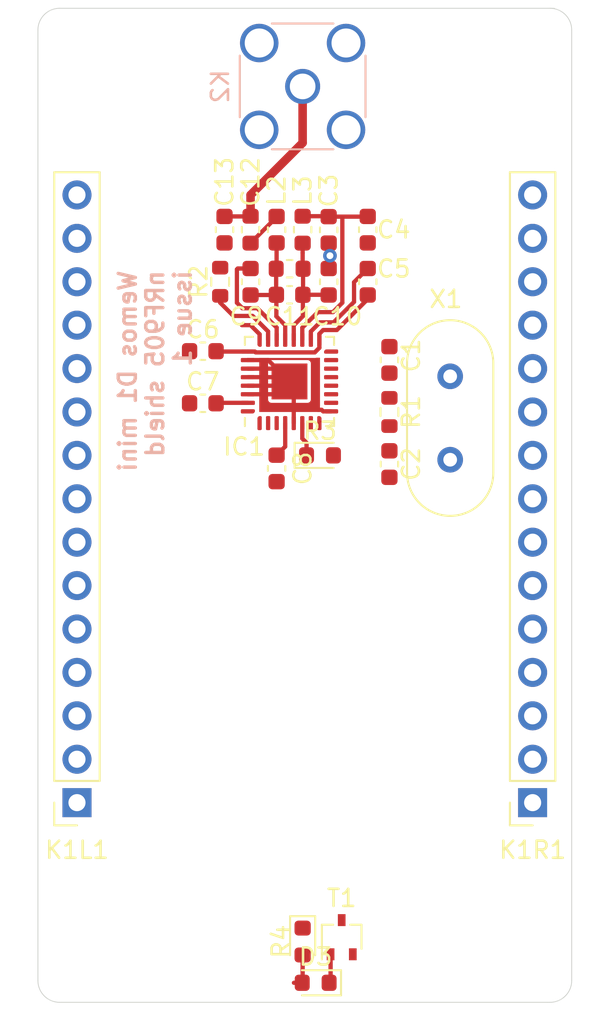
<source format=kicad_pcb>
(kicad_pcb (version 20171130) (host pcbnew 5.1.8-1.fc33)

  (general
    (thickness 1.6)
    (drawings 9)
    (tracks 102)
    (zones 0)
    (modules 31)
    (nets 56)
  )

  (page A4)
  (layers
    (0 F.Cu signal)
    (31 B.Cu signal)
    (32 B.Adhes user)
    (33 F.Adhes user)
    (34 B.Paste user)
    (35 F.Paste user)
    (36 B.SilkS user)
    (37 F.SilkS user)
    (38 B.Mask user)
    (39 F.Mask user)
    (40 Dwgs.User user)
    (41 Cmts.User user)
    (42 Eco1.User user)
    (43 Eco2.User user)
    (44 Edge.Cuts user)
    (45 Margin user)
    (46 B.CrtYd user)
    (47 F.CrtYd user)
    (48 B.Fab user)
    (49 F.Fab user)
  )

  (setup
    (last_trace_width 0.25)
    (user_trace_width 0.5)
    (trace_clearance 0.2)
    (zone_clearance 0.254)
    (zone_45_only no)
    (trace_min 0.2)
    (via_size 0.8)
    (via_drill 0.4)
    (via_min_size 0.4)
    (via_min_drill 0.3)
    (uvia_size 0.3)
    (uvia_drill 0.1)
    (uvias_allowed no)
    (uvia_min_size 0.2)
    (uvia_min_drill 0.1)
    (edge_width 0.05)
    (segment_width 0.2)
    (pcb_text_width 0.3)
    (pcb_text_size 1.5 1.5)
    (mod_edge_width 0.12)
    (mod_text_size 1 1)
    (mod_text_width 0.15)
    (pad_size 2.1 2.1)
    (pad_drill 0)
    (pad_to_mask_clearance 0)
    (aux_axis_origin 0 0)
    (visible_elements FFFFFF7F)
    (pcbplotparams
      (layerselection 0x010f0_ffffffff)
      (usegerberextensions false)
      (usegerberattributes true)
      (usegerberadvancedattributes true)
      (creategerberjobfile true)
      (excludeedgelayer false)
      (linewidth 0.100000)
      (plotframeref false)
      (viasonmask false)
      (mode 1)
      (useauxorigin false)
      (hpglpennumber 1)
      (hpglpenspeed 20)
      (hpglpendiameter 15.000000)
      (psnegative false)
      (psa4output false)
      (plotreference true)
      (plotvalue false)
      (plotinvisibletext false)
      (padsonsilk false)
      (subtractmaskfromsilk false)
      (outputformat 1)
      (mirror false)
      (drillshape 0)
      (scaleselection 1)
      (outputdirectory "plots/"))
  )

  (net 0 "")
  (net 1 GND)
  (net 2 "Net-(C3-Pad2)")
  (net 3 VDD)
  (net 4 "Net-(C7-Pad1)")
  (net 5 "Net-(C12-Pad1)")
  (net 6 "Net-(C13-Pad2)")
  (net 7 "Net-(D3-Pad2)")
  (net 8 "Net-(D3-Pad1)")
  (net 9 "Net-(IC1-Pad32)")
  (net 10 "Net-(IC1-Pad23)")
  (net 11 "Net-(IC1-Pad7)")
  (net 12 "Net-(IC1-Pad6)")
  (net 13 "Net-(IC1-Pad3)")
  (net 14 "Net-(IC1-Pad2)")
  (net 15 "Net-(IC1-Pad1)")
  (net 16 "Net-(K1L1-Pad2)")
  (net 17 "Net-(K1L1-Pad1)")
  (net 18 "Net-(K1R1-Pad2)")
  (net 19 "Net-(K1R1-Pad1)")
  (net 20 "Net-(R3-Pad2)")
  (net 21 /DR)
  (net 22 "Net-(K1L1-Pad6)")
  (net 23 "Net-(K1L1-Pad8)")
  (net 24 /XC-)
  (net 25 /XC+)
  (net 26 /ANT-)
  (net 27 /ANT+)
  (net 28 "Net-(IC1-Pad13)")
  (net 29 "Net-(IC1-Pad12)")
  (net 30 "Net-(IC1-Pad11)")
  (net 31 "Net-(IC1-Pad10)")
  (net 32 "Net-(K1L1-Pad15)")
  (net 33 "Net-(K1L1-Pad14)")
  (net 34 "Net-(K1L1-Pad13)")
  (net 35 "Net-(K1L1-Pad12)")
  (net 36 "Net-(K1L1-Pad11)")
  (net 37 "Net-(K1L1-Pad10)")
  (net 38 "Net-(K1L1-Pad9)")
  (net 39 "Net-(K1L1-Pad7)")
  (net 40 "Net-(K1L1-Pad5)")
  (net 41 "Net-(K1L1-Pad4)")
  (net 42 "Net-(K1L1-Pad3)")
  (net 43 "Net-(K1R1-Pad15)")
  (net 44 "Net-(K1R1-Pad14)")
  (net 45 "Net-(K1R1-Pad13)")
  (net 46 "Net-(K1R1-Pad12)")
  (net 47 "Net-(K1R1-Pad11)")
  (net 48 "Net-(K1R1-Pad10)")
  (net 49 "Net-(K1R1-Pad9)")
  (net 50 "Net-(K1R1-Pad8)")
  (net 51 "Net-(K1R1-Pad7)")
  (net 52 "Net-(K1R1-Pad6)")
  (net 53 "Net-(K1R1-Pad5)")
  (net 54 "Net-(K1R1-Pad4)")
  (net 55 "Net-(K1R1-Pad3)")

  (net_class Default "This is the default net class."
    (clearance 0.2)
    (trace_width 0.25)
    (via_dia 0.8)
    (via_drill 0.4)
    (uvia_dia 0.3)
    (uvia_drill 0.1)
    (add_net /ANT+)
    (add_net /ANT-)
    (add_net /DR)
    (add_net /XC+)
    (add_net /XC-)
    (add_net GND)
    (add_net "Net-(C12-Pad1)")
    (add_net "Net-(C13-Pad2)")
    (add_net "Net-(C3-Pad2)")
    (add_net "Net-(C7-Pad1)")
    (add_net "Net-(D3-Pad1)")
    (add_net "Net-(D3-Pad2)")
    (add_net "Net-(IC1-Pad1)")
    (add_net "Net-(IC1-Pad10)")
    (add_net "Net-(IC1-Pad11)")
    (add_net "Net-(IC1-Pad12)")
    (add_net "Net-(IC1-Pad13)")
    (add_net "Net-(IC1-Pad2)")
    (add_net "Net-(IC1-Pad23)")
    (add_net "Net-(IC1-Pad3)")
    (add_net "Net-(IC1-Pad32)")
    (add_net "Net-(IC1-Pad6)")
    (add_net "Net-(IC1-Pad7)")
    (add_net "Net-(K1L1-Pad1)")
    (add_net "Net-(K1L1-Pad10)")
    (add_net "Net-(K1L1-Pad11)")
    (add_net "Net-(K1L1-Pad12)")
    (add_net "Net-(K1L1-Pad13)")
    (add_net "Net-(K1L1-Pad14)")
    (add_net "Net-(K1L1-Pad15)")
    (add_net "Net-(K1L1-Pad2)")
    (add_net "Net-(K1L1-Pad3)")
    (add_net "Net-(K1L1-Pad4)")
    (add_net "Net-(K1L1-Pad5)")
    (add_net "Net-(K1L1-Pad6)")
    (add_net "Net-(K1L1-Pad7)")
    (add_net "Net-(K1L1-Pad8)")
    (add_net "Net-(K1L1-Pad9)")
    (add_net "Net-(K1R1-Pad1)")
    (add_net "Net-(K1R1-Pad10)")
    (add_net "Net-(K1R1-Pad11)")
    (add_net "Net-(K1R1-Pad12)")
    (add_net "Net-(K1R1-Pad13)")
    (add_net "Net-(K1R1-Pad14)")
    (add_net "Net-(K1R1-Pad15)")
    (add_net "Net-(K1R1-Pad2)")
    (add_net "Net-(K1R1-Pad3)")
    (add_net "Net-(K1R1-Pad4)")
    (add_net "Net-(K1R1-Pad5)")
    (add_net "Net-(K1R1-Pad6)")
    (add_net "Net-(K1R1-Pad7)")
    (add_net "Net-(K1R1-Pad8)")
    (add_net "Net-(K1R1-Pad9)")
    (add_net "Net-(R3-Pad2)")
    (add_net VDD)
  )

  (module Crystal:Crystal_HC49-4H_Vertical (layer F.Cu) (tedit 5A1AD3B7) (tstamp 5F9751F2)
    (at 24.13 26.416 90)
    (descr "Crystal THT HC-49-4H http://5hertz.com/pdfs/04404_D.pdf")
    (tags "THT crystalHC-49-4H")
    (path /5F9882A2)
    (fp_text reference X1 (at 9.398 -0.254) (layer F.SilkS)
      (effects (font (size 1 1) (thickness 0.15)))
    )
    (fp_text value 16MHz (at 2.44 3.525 90) (layer F.Fab)
      (effects (font (size 1 1) (thickness 0.15)))
    )
    (fp_line (start -0.76 -2.325) (end 5.64 -2.325) (layer F.Fab) (width 0.1))
    (fp_line (start -0.76 2.325) (end 5.64 2.325) (layer F.Fab) (width 0.1))
    (fp_line (start -0.56 -2) (end 5.44 -2) (layer F.Fab) (width 0.1))
    (fp_line (start -0.56 2) (end 5.44 2) (layer F.Fab) (width 0.1))
    (fp_line (start -0.76 -2.525) (end 5.64 -2.525) (layer F.SilkS) (width 0.12))
    (fp_line (start -0.76 2.525) (end 5.64 2.525) (layer F.SilkS) (width 0.12))
    (fp_line (start -3.6 -2.8) (end -3.6 2.8) (layer F.CrtYd) (width 0.05))
    (fp_line (start -3.6 2.8) (end 8.5 2.8) (layer F.CrtYd) (width 0.05))
    (fp_line (start 8.5 2.8) (end 8.5 -2.8) (layer F.CrtYd) (width 0.05))
    (fp_line (start 8.5 -2.8) (end -3.6 -2.8) (layer F.CrtYd) (width 0.05))
    (fp_arc (start 5.64 0) (end 5.64 -2.525) (angle 180) (layer F.SilkS) (width 0.12))
    (fp_arc (start -0.76 0) (end -0.76 -2.525) (angle -180) (layer F.SilkS) (width 0.12))
    (fp_arc (start 5.44 0) (end 5.44 -2) (angle 180) (layer F.Fab) (width 0.1))
    (fp_arc (start -0.56 0) (end -0.56 -2) (angle -180) (layer F.Fab) (width 0.1))
    (fp_arc (start 5.64 0) (end 5.64 -2.325) (angle 180) (layer F.Fab) (width 0.1))
    (fp_arc (start -0.76 0) (end -0.76 -2.325) (angle -180) (layer F.Fab) (width 0.1))
    (fp_text user %R (at 2.44 0 90) (layer F.Fab)
      (effects (font (size 1 1) (thickness 0.15)))
    )
    (pad 2 thru_hole circle (at 4.88 0 90) (size 1.5 1.5) (drill 0.8) (layers *.Cu *.Mask)
      (net 25 /XC+))
    (pad 1 thru_hole circle (at 0 0 90) (size 1.5 1.5) (drill 0.8) (layers *.Cu *.Mask)
      (net 24 /XC-))
    (model ${KISYS3DMOD}/Crystal.3dshapes/Crystal_HC49-4H_Vertical.wrl
      (at (xyz 0 0 0))
      (scale (xyz 1 1 1))
      (rotate (xyz 0 0 0))
    )
  )

  (module Capacitor_SMD:C_0603_1608Metric (layer F.Cu) (tedit 5F68FEEE) (tstamp 5FB89940)
    (at 20.574 26.67 90)
    (descr "Capacitor SMD 0603 (1608 Metric), square (rectangular) end terminal, IPC_7351 nominal, (Body size source: IPC-SM-782 page 76, https://www.pcb-3d.com/wordpress/wp-content/uploads/ipc-sm-782a_amendment_1_and_2.pdf), generated with kicad-footprint-generator")
    (tags capacitor)
    (path /5F98A259)
    (attr smd)
    (fp_text reference C2 (at 0 1.27 90) (layer F.SilkS)
      (effects (font (size 1 1) (thickness 0.15)))
    )
    (fp_text value 22pF (at 0 1.43 90) (layer F.Fab)
      (effects (font (size 1 1) (thickness 0.15)))
    )
    (fp_line (start 1.48 0.73) (end -1.48 0.73) (layer F.CrtYd) (width 0.05))
    (fp_line (start 1.48 -0.73) (end 1.48 0.73) (layer F.CrtYd) (width 0.05))
    (fp_line (start -1.48 -0.73) (end 1.48 -0.73) (layer F.CrtYd) (width 0.05))
    (fp_line (start -1.48 0.73) (end -1.48 -0.73) (layer F.CrtYd) (width 0.05))
    (fp_line (start -0.14058 0.51) (end 0.14058 0.51) (layer F.SilkS) (width 0.12))
    (fp_line (start -0.14058 -0.51) (end 0.14058 -0.51) (layer F.SilkS) (width 0.12))
    (fp_line (start 0.8 0.4) (end -0.8 0.4) (layer F.Fab) (width 0.1))
    (fp_line (start 0.8 -0.4) (end 0.8 0.4) (layer F.Fab) (width 0.1))
    (fp_line (start -0.8 -0.4) (end 0.8 -0.4) (layer F.Fab) (width 0.1))
    (fp_line (start -0.8 0.4) (end -0.8 -0.4) (layer F.Fab) (width 0.1))
    (fp_text user %R (at 0 0 90) (layer F.Fab)
      (effects (font (size 0.4 0.4) (thickness 0.06)))
    )
    (pad 1 smd roundrect (at -0.775 0 90) (size 0.9 0.95) (layers F.Cu F.Paste F.Mask) (roundrect_rratio 0.25)
      (net 25 /XC+))
    (pad 2 smd roundrect (at 0.775 0 90) (size 0.9 0.95) (layers F.Cu F.Paste F.Mask) (roundrect_rratio 0.25)
      (net 1 GND))
    (model ${KISYS3DMOD}/Capacitor_SMD.3dshapes/C_0603_1608Metric.wrl
      (at (xyz 0 0 0))
      (scale (xyz 1 1 1))
      (rotate (xyz 0 0 0))
    )
  )

  (module Resistor_SMD:R_0603_1608Metric (layer F.Cu) (tedit 5F68FEEE) (tstamp 5FB89910)
    (at 20.574 23.622 270)
    (descr "Resistor SMD 0603 (1608 Metric), square (rectangular) end terminal, IPC_7351 nominal, (Body size source: IPC-SM-782 page 72, https://www.pcb-3d.com/wordpress/wp-content/uploads/ipc-sm-782a_amendment_1_and_2.pdf), generated with kicad-footprint-generator")
    (tags resistor)
    (path /5F986F0E)
    (attr smd)
    (fp_text reference R1 (at 0 -1.27 90) (layer F.SilkS)
      (effects (font (size 1 1) (thickness 0.15)))
    )
    (fp_text value 1M (at 0 1.43 90) (layer F.Fab)
      (effects (font (size 1 1) (thickness 0.15)))
    )
    (fp_line (start -0.8 0.4125) (end -0.8 -0.4125) (layer F.Fab) (width 0.1))
    (fp_line (start -0.8 -0.4125) (end 0.8 -0.4125) (layer F.Fab) (width 0.1))
    (fp_line (start 0.8 -0.4125) (end 0.8 0.4125) (layer F.Fab) (width 0.1))
    (fp_line (start 0.8 0.4125) (end -0.8 0.4125) (layer F.Fab) (width 0.1))
    (fp_line (start -0.237258 -0.5225) (end 0.237258 -0.5225) (layer F.SilkS) (width 0.12))
    (fp_line (start -0.237258 0.5225) (end 0.237258 0.5225) (layer F.SilkS) (width 0.12))
    (fp_line (start -1.48 0.73) (end -1.48 -0.73) (layer F.CrtYd) (width 0.05))
    (fp_line (start -1.48 -0.73) (end 1.48 -0.73) (layer F.CrtYd) (width 0.05))
    (fp_line (start 1.48 -0.73) (end 1.48 0.73) (layer F.CrtYd) (width 0.05))
    (fp_line (start 1.48 0.73) (end -1.48 0.73) (layer F.CrtYd) (width 0.05))
    (fp_text user %R (at 0 0 90) (layer F.Fab)
      (effects (font (size 0.4 0.4) (thickness 0.06)))
    )
    (pad 2 smd roundrect (at 0.825 0 270) (size 0.8 0.95) (layers F.Cu F.Paste F.Mask) (roundrect_rratio 0.25)
      (net 24 /XC-))
    (pad 1 smd roundrect (at -0.825 0 270) (size 0.8 0.95) (layers F.Cu F.Paste F.Mask) (roundrect_rratio 0.25)
      (net 25 /XC+))
    (model ${KISYS3DMOD}/Resistor_SMD.3dshapes/R_0603_1608Metric.wrl
      (at (xyz 0 0 0))
      (scale (xyz 1 1 1))
      (rotate (xyz 0 0 0))
    )
  )

  (module Capacitor_SMD:C_0603_1608Metric (layer F.Cu) (tedit 5F68FEEE) (tstamp 5FB89970)
    (at 20.574 20.574 270)
    (descr "Capacitor SMD 0603 (1608 Metric), square (rectangular) end terminal, IPC_7351 nominal, (Body size source: IPC-SM-782 page 76, https://www.pcb-3d.com/wordpress/wp-content/uploads/ipc-sm-782a_amendment_1_and_2.pdf), generated with kicad-footprint-generator")
    (tags capacitor)
    (path /5F9890F9)
    (attr smd)
    (fp_text reference C1 (at -0.254 -1.27 90) (layer F.SilkS)
      (effects (font (size 1 1) (thickness 0.15)))
    )
    (fp_text value "22pF " (at 0 1.43 90) (layer F.Fab)
      (effects (font (size 1 1) (thickness 0.15)))
    )
    (fp_text user %R (at 0 0 90) (layer F.Fab)
      (effects (font (size 0.4 0.4) (thickness 0.06)))
    )
    (fp_line (start 1.48 0.73) (end -1.48 0.73) (layer F.CrtYd) (width 0.05))
    (fp_line (start 1.48 -0.73) (end 1.48 0.73) (layer F.CrtYd) (width 0.05))
    (fp_line (start -1.48 -0.73) (end 1.48 -0.73) (layer F.CrtYd) (width 0.05))
    (fp_line (start -1.48 0.73) (end -1.48 -0.73) (layer F.CrtYd) (width 0.05))
    (fp_line (start -0.14058 0.51) (end 0.14058 0.51) (layer F.SilkS) (width 0.12))
    (fp_line (start -0.14058 -0.51) (end 0.14058 -0.51) (layer F.SilkS) (width 0.12))
    (fp_line (start 0.8 0.4) (end -0.8 0.4) (layer F.Fab) (width 0.1))
    (fp_line (start 0.8 -0.4) (end 0.8 0.4) (layer F.Fab) (width 0.1))
    (fp_line (start -0.8 -0.4) (end 0.8 -0.4) (layer F.Fab) (width 0.1))
    (fp_line (start -0.8 0.4) (end -0.8 -0.4) (layer F.Fab) (width 0.1))
    (pad 1 smd roundrect (at -0.775 0 270) (size 0.9 0.95) (layers F.Cu F.Paste F.Mask) (roundrect_rratio 0.25)
      (net 24 /XC-))
    (pad 2 smd roundrect (at 0.775 0 270) (size 0.9 0.95) (layers F.Cu F.Paste F.Mask) (roundrect_rratio 0.25)
      (net 1 GND))
    (model ${KISYS3DMOD}/Capacitor_SMD.3dshapes/C_0603_1608Metric.wrl
      (at (xyz 0 0 0))
      (scale (xyz 1 1 1))
      (rotate (xyz 0 0 0))
    )
  )

  (module Connector_PinSocket_2.54mm:PinSocket_1x15_P2.54mm_Vertical (layer F.Cu) (tedit 5A19A41D) (tstamp 5F975128)
    (at 2.286 46.482 180)
    (descr "Through hole straight socket strip, 1x15, 2.54mm pitch, single row (from Kicad 4.0.7), script generated")
    (tags "Through hole socket strip THT 1x15 2.54mm single row")
    (path /5FA1EE82)
    (fp_text reference K1L1 (at 0 -2.77) (layer F.SilkS)
      (effects (font (size 1 1) (thickness 0.15)))
    )
    (fp_text value NODEMCU_L (at 0 38.33) (layer F.Fab)
      (effects (font (size 1 1) (thickness 0.15)))
    )
    (fp_text user %R (at 0 17.78 90) (layer F.Fab)
      (effects (font (size 1 1) (thickness 0.15)))
    )
    (fp_line (start -1.27 -1.27) (end 0.635 -1.27) (layer F.Fab) (width 0.1))
    (fp_line (start 0.635 -1.27) (end 1.27 -0.635) (layer F.Fab) (width 0.1))
    (fp_line (start 1.27 -0.635) (end 1.27 36.83) (layer F.Fab) (width 0.1))
    (fp_line (start 1.27 36.83) (end -1.27 36.83) (layer F.Fab) (width 0.1))
    (fp_line (start -1.27 36.83) (end -1.27 -1.27) (layer F.Fab) (width 0.1))
    (fp_line (start -1.33 1.27) (end 1.33 1.27) (layer F.SilkS) (width 0.12))
    (fp_line (start -1.33 1.27) (end -1.33 36.89) (layer F.SilkS) (width 0.12))
    (fp_line (start -1.33 36.89) (end 1.33 36.89) (layer F.SilkS) (width 0.12))
    (fp_line (start 1.33 1.27) (end 1.33 36.89) (layer F.SilkS) (width 0.12))
    (fp_line (start 1.33 -1.33) (end 1.33 0) (layer F.SilkS) (width 0.12))
    (fp_line (start 0 -1.33) (end 1.33 -1.33) (layer F.SilkS) (width 0.12))
    (fp_line (start -1.8 -1.8) (end 1.75 -1.8) (layer F.CrtYd) (width 0.05))
    (fp_line (start 1.75 -1.8) (end 1.75 37.3) (layer F.CrtYd) (width 0.05))
    (fp_line (start 1.75 37.3) (end -1.8 37.3) (layer F.CrtYd) (width 0.05))
    (fp_line (start -1.8 37.3) (end -1.8 -1.8) (layer F.CrtYd) (width 0.05))
    (pad 15 thru_hole oval (at 0 35.56 180) (size 1.7 1.7) (drill 1) (layers *.Cu *.Mask)
      (net 32 "Net-(K1L1-Pad15)"))
    (pad 14 thru_hole oval (at 0 33.02 180) (size 1.7 1.7) (drill 1) (layers *.Cu *.Mask)
      (net 33 "Net-(K1L1-Pad14)"))
    (pad 13 thru_hole oval (at 0 30.48 180) (size 1.7 1.7) (drill 1) (layers *.Cu *.Mask)
      (net 34 "Net-(K1L1-Pad13)"))
    (pad 12 thru_hole oval (at 0 27.94 180) (size 1.7 1.7) (drill 1) (layers *.Cu *.Mask)
      (net 35 "Net-(K1L1-Pad12)"))
    (pad 11 thru_hole oval (at 0 25.4 180) (size 1.7 1.7) (drill 1) (layers *.Cu *.Mask)
      (net 36 "Net-(K1L1-Pad11)"))
    (pad 10 thru_hole oval (at 0 22.86 180) (size 1.7 1.7) (drill 1) (layers *.Cu *.Mask)
      (net 37 "Net-(K1L1-Pad10)"))
    (pad 9 thru_hole oval (at 0 20.32 180) (size 1.7 1.7) (drill 1) (layers *.Cu *.Mask)
      (net 38 "Net-(K1L1-Pad9)"))
    (pad 8 thru_hole oval (at 0 17.78 180) (size 1.7 1.7) (drill 1) (layers *.Cu *.Mask)
      (net 23 "Net-(K1L1-Pad8)"))
    (pad 7 thru_hole oval (at 0 15.24 180) (size 1.7 1.7) (drill 1) (layers *.Cu *.Mask)
      (net 39 "Net-(K1L1-Pad7)"))
    (pad 6 thru_hole oval (at 0 12.7 180) (size 1.7 1.7) (drill 1) (layers *.Cu *.Mask)
      (net 22 "Net-(K1L1-Pad6)"))
    (pad 5 thru_hole oval (at 0 10.16 180) (size 1.7 1.7) (drill 1) (layers *.Cu *.Mask)
      (net 40 "Net-(K1L1-Pad5)"))
    (pad 4 thru_hole oval (at 0 7.62 180) (size 1.7 1.7) (drill 1) (layers *.Cu *.Mask)
      (net 41 "Net-(K1L1-Pad4)"))
    (pad 3 thru_hole oval (at 0 5.08 180) (size 1.7 1.7) (drill 1) (layers *.Cu *.Mask)
      (net 42 "Net-(K1L1-Pad3)"))
    (pad 2 thru_hole oval (at 0 2.54 180) (size 1.7 1.7) (drill 1) (layers *.Cu *.Mask)
      (net 16 "Net-(K1L1-Pad2)"))
    (pad 1 thru_hole rect (at 0 0 180) (size 1.7 1.7) (drill 1) (layers *.Cu *.Mask)
      (net 17 "Net-(K1L1-Pad1)"))
    (model ${KISYS3DMOD}/Connector_PinSocket_2.54mm.3dshapes/PinSocket_1x15_P2.54mm_Vertical.wrl
      (at (xyz 0 0 0))
      (scale (xyz 1 1 1))
      (rotate (xyz 0 0 0))
    )
  )

  (module Connector_PinSocket_2.54mm:PinSocket_1x15_P2.54mm_Vertical (layer F.Cu) (tedit 5A19A41D) (tstamp 5F97514B)
    (at 28.956 46.482 180)
    (descr "Through hole straight socket strip, 1x15, 2.54mm pitch, single row (from Kicad 4.0.7), script generated")
    (tags "Through hole socket strip THT 1x15 2.54mm single row")
    (path /5FA21F7F)
    (fp_text reference K1R1 (at 0 -2.77) (layer F.SilkS)
      (effects (font (size 1 1) (thickness 0.15)))
    )
    (fp_text value NODEMCU_R (at 0 38.33) (layer F.Fab)
      (effects (font (size 1 1) (thickness 0.15)))
    )
    (fp_text user %R (at 0 17.78 90) (layer F.Fab)
      (effects (font (size 1 1) (thickness 0.15)))
    )
    (fp_line (start -1.27 -1.27) (end 0.635 -1.27) (layer F.Fab) (width 0.1))
    (fp_line (start 0.635 -1.27) (end 1.27 -0.635) (layer F.Fab) (width 0.1))
    (fp_line (start 1.27 -0.635) (end 1.27 36.83) (layer F.Fab) (width 0.1))
    (fp_line (start 1.27 36.83) (end -1.27 36.83) (layer F.Fab) (width 0.1))
    (fp_line (start -1.27 36.83) (end -1.27 -1.27) (layer F.Fab) (width 0.1))
    (fp_line (start -1.33 1.27) (end 1.33 1.27) (layer F.SilkS) (width 0.12))
    (fp_line (start -1.33 1.27) (end -1.33 36.89) (layer F.SilkS) (width 0.12))
    (fp_line (start -1.33 36.89) (end 1.33 36.89) (layer F.SilkS) (width 0.12))
    (fp_line (start 1.33 1.27) (end 1.33 36.89) (layer F.SilkS) (width 0.12))
    (fp_line (start 1.33 -1.33) (end 1.33 0) (layer F.SilkS) (width 0.12))
    (fp_line (start 0 -1.33) (end 1.33 -1.33) (layer F.SilkS) (width 0.12))
    (fp_line (start -1.8 -1.8) (end 1.75 -1.8) (layer F.CrtYd) (width 0.05))
    (fp_line (start 1.75 -1.8) (end 1.75 37.3) (layer F.CrtYd) (width 0.05))
    (fp_line (start 1.75 37.3) (end -1.8 37.3) (layer F.CrtYd) (width 0.05))
    (fp_line (start -1.8 37.3) (end -1.8 -1.8) (layer F.CrtYd) (width 0.05))
    (pad 15 thru_hole oval (at 0 35.56 180) (size 1.7 1.7) (drill 1) (layers *.Cu *.Mask)
      (net 43 "Net-(K1R1-Pad15)"))
    (pad 14 thru_hole oval (at 0 33.02 180) (size 1.7 1.7) (drill 1) (layers *.Cu *.Mask)
      (net 44 "Net-(K1R1-Pad14)"))
    (pad 13 thru_hole oval (at 0 30.48 180) (size 1.7 1.7) (drill 1) (layers *.Cu *.Mask)
      (net 45 "Net-(K1R1-Pad13)"))
    (pad 12 thru_hole oval (at 0 27.94 180) (size 1.7 1.7) (drill 1) (layers *.Cu *.Mask)
      (net 46 "Net-(K1R1-Pad12)"))
    (pad 11 thru_hole oval (at 0 25.4 180) (size 1.7 1.7) (drill 1) (layers *.Cu *.Mask)
      (net 47 "Net-(K1R1-Pad11)"))
    (pad 10 thru_hole oval (at 0 22.86 180) (size 1.7 1.7) (drill 1) (layers *.Cu *.Mask)
      (net 48 "Net-(K1R1-Pad10)"))
    (pad 9 thru_hole oval (at 0 20.32 180) (size 1.7 1.7) (drill 1) (layers *.Cu *.Mask)
      (net 49 "Net-(K1R1-Pad9)"))
    (pad 8 thru_hole oval (at 0 17.78 180) (size 1.7 1.7) (drill 1) (layers *.Cu *.Mask)
      (net 50 "Net-(K1R1-Pad8)"))
    (pad 7 thru_hole oval (at 0 15.24 180) (size 1.7 1.7) (drill 1) (layers *.Cu *.Mask)
      (net 51 "Net-(K1R1-Pad7)"))
    (pad 6 thru_hole oval (at 0 12.7 180) (size 1.7 1.7) (drill 1) (layers *.Cu *.Mask)
      (net 52 "Net-(K1R1-Pad6)"))
    (pad 5 thru_hole oval (at 0 10.16 180) (size 1.7 1.7) (drill 1) (layers *.Cu *.Mask)
      (net 53 "Net-(K1R1-Pad5)"))
    (pad 4 thru_hole oval (at 0 7.62 180) (size 1.7 1.7) (drill 1) (layers *.Cu *.Mask)
      (net 54 "Net-(K1R1-Pad4)"))
    (pad 3 thru_hole oval (at 0 5.08 180) (size 1.7 1.7) (drill 1) (layers *.Cu *.Mask)
      (net 55 "Net-(K1R1-Pad3)"))
    (pad 2 thru_hole oval (at 0 2.54 180) (size 1.7 1.7) (drill 1) (layers *.Cu *.Mask)
      (net 18 "Net-(K1R1-Pad2)"))
    (pad 1 thru_hole rect (at 0 0 180) (size 1.7 1.7) (drill 1) (layers *.Cu *.Mask)
      (net 19 "Net-(K1R1-Pad1)"))
    (model ${KISYS3DMOD}/Connector_PinSocket_2.54mm.3dshapes/PinSocket_1x15_P2.54mm_Vertical.wrl
      (at (xyz 0 0 0))
      (scale (xyz 1 1 1))
      (rotate (xyz 0 0 0))
    )
  )

  (module LED_SMD:LED_0603_1608Metric (layer F.Cu) (tedit 5F68FEF1) (tstamp 5F9751DB)
    (at 15.494 54.61 270)
    (descr "LED SMD 0603 (1608 Metric), square (rectangular) end terminal, IPC_7351 nominal, (Body size source: http://www.tortai-tech.com/upload/download/2011102023233369053.pdf), generated with kicad-footprint-generator")
    (tags LED)
    (path /5FB5A772)
    (attr smd)
    (fp_text reference R4 (at 0 1.27 90) (layer F.SilkS)
      (effects (font (size 1 1) (thickness 0.15)))
    )
    (fp_text value 68 (at 0 1.43 90) (layer F.Fab)
      (effects (font (size 1 1) (thickness 0.15)))
    )
    (fp_line (start 0.8 -0.4) (end -0.5 -0.4) (layer F.Fab) (width 0.1))
    (fp_line (start -0.5 -0.4) (end -0.8 -0.1) (layer F.Fab) (width 0.1))
    (fp_line (start -0.8 -0.1) (end -0.8 0.4) (layer F.Fab) (width 0.1))
    (fp_line (start -0.8 0.4) (end 0.8 0.4) (layer F.Fab) (width 0.1))
    (fp_line (start 0.8 0.4) (end 0.8 -0.4) (layer F.Fab) (width 0.1))
    (fp_line (start 0.8 -0.735) (end -1.485 -0.735) (layer F.SilkS) (width 0.12))
    (fp_line (start -1.485 -0.735) (end -1.485 0.735) (layer F.SilkS) (width 0.12))
    (fp_line (start -1.485 0.735) (end 0.8 0.735) (layer F.SilkS) (width 0.12))
    (fp_line (start -1.48 0.73) (end -1.48 -0.73) (layer F.CrtYd) (width 0.05))
    (fp_line (start -1.48 -0.73) (end 1.48 -0.73) (layer F.CrtYd) (width 0.05))
    (fp_line (start 1.48 -0.73) (end 1.48 0.73) (layer F.CrtYd) (width 0.05))
    (fp_line (start 1.48 0.73) (end -1.48 0.73) (layer F.CrtYd) (width 0.05))
    (fp_text user %R (at 0 0 90) (layer F.Fab)
      (effects (font (size 0.4 0.4) (thickness 0.06)))
    )
    (pad 2 smd roundrect (at 0.7875 0 270) (size 0.875 0.95) (layers F.Cu F.Paste F.Mask) (roundrect_rratio 0.25)
      (net 7 "Net-(D3-Pad2)"))
    (pad 1 smd roundrect (at -0.7875 0 270) (size 0.875 0.95) (layers F.Cu F.Paste F.Mask) (roundrect_rratio 0.25)
      (net 3 VDD))
    (model ${KISYS3DMOD}/LED_SMD.3dshapes/LED_0603_1608Metric.wrl
      (at (xyz 0 0 0))
      (scale (xyz 1 1 1))
      (rotate (xyz 0 0 0))
    )
  )

  (module MountingHole:MountingHole_3.2mm_M3_ISO14580 (layer F.Cu) (tedit 56D1B4CB) (tstamp 5F97509E)
    (at 2.54 55.626)
    (descr "Mounting Hole 3.2mm, no annular, M3, ISO14580")
    (tags "mounting hole 3.2mm no annular m3 iso14580")
    (path /5F99544E)
    (attr virtual)
    (fp_text reference H4 (at 0 -3.75) (layer F.SilkS) hide
      (effects (font (size 1 1) (thickness 0.15)))
    )
    (fp_text value MountingHole (at 0 3.75) (layer F.Fab) hide
      (effects (font (size 1 1) (thickness 0.15)))
    )
    (fp_circle (center 0 0) (end 2.75 0) (layer Cmts.User) (width 0.15))
    (fp_circle (center 0 0) (end 3 0) (layer F.CrtYd) (width 0.05))
    (fp_text user %R (at 0.3 0) (layer F.Fab)
      (effects (font (size 1 1) (thickness 0.15)))
    )
    (pad 1 np_thru_hole circle (at 0 0) (size 3.2 3.2) (drill 3.2) (layers *.Cu *.Mask))
  )

  (module Package_DFN_QFN:TQFN-32-1EP_5x5mm_P0.5mm_EP2.1x2.1mm (layer F.Cu) (tedit 5F9B1466) (tstamp 5F9750EE)
    (at 14.724 21.836 90)
    (descr "TQFN, 32 Pin (https://pdfserv.maximintegrated.com/package_dwgs/21-0140.PDF (T3255-6)), generated with kicad-footprint-generator ipc_noLead_generator.py")
    (tags "TQFN NoLead")
    (path /5F978D08)
    (attr smd)
    (fp_text reference IC1 (at -3.818 -2.659 180) (layer F.SilkS)
      (effects (font (size 1 1) (thickness 0.15)))
    )
    (fp_text value nRF905 (at 0 3.8 90) (layer F.Fab)
      (effects (font (size 1 1) (thickness 0.15)))
    )
    (fp_line (start 2.135 -2.61) (end 2.61 -2.61) (layer F.SilkS) (width 0.12))
    (fp_line (start 2.61 -2.61) (end 2.61 -2.135) (layer F.SilkS) (width 0.12))
    (fp_line (start -2.135 2.61) (end -2.61 2.61) (layer F.SilkS) (width 0.12))
    (fp_line (start -2.61 2.61) (end -2.61 2.135) (layer F.SilkS) (width 0.12))
    (fp_line (start 2.135 2.61) (end 2.61 2.61) (layer F.SilkS) (width 0.12))
    (fp_line (start 2.61 2.61) (end 2.61 2.135) (layer F.SilkS) (width 0.12))
    (fp_line (start -2.135 -2.61) (end -2.61 -2.61) (layer F.SilkS) (width 0.12))
    (fp_line (start -1.5 -2.5) (end 2.5 -2.5) (layer F.Fab) (width 0.1))
    (fp_line (start 2.5 -2.5) (end 2.5 2.5) (layer F.Fab) (width 0.1))
    (fp_line (start 2.5 2.5) (end -2.5 2.5) (layer F.Fab) (width 0.1))
    (fp_line (start -2.5 2.5) (end -2.5 -1.5) (layer F.Fab) (width 0.1))
    (fp_line (start -2.5 -1.5) (end -1.5 -2.5) (layer F.Fab) (width 0.1))
    (fp_line (start -3.1 -3.1) (end -3.1 3.1) (layer F.CrtYd) (width 0.05))
    (fp_line (start -3.1 3.1) (end 3.1 3.1) (layer F.CrtYd) (width 0.05))
    (fp_line (start 3.1 3.1) (end 3.1 -3.1) (layer F.CrtYd) (width 0.05))
    (fp_line (start 3.1 -3.1) (end -3.1 -3.1) (layer F.CrtYd) (width 0.05))
    (fp_text user %R (at 0 0 90) (layer F.Fab)
      (effects (font (size 1 1) (thickness 0.15)))
    )
    (pad "" smd roundrect (at 0.525 0.525 90) (size 0.85 0.85) (layers F.Paste) (roundrect_rratio 0.25))
    (pad "" smd roundrect (at 0.525 -0.525 90) (size 0.85 0.85) (layers F.Paste) (roundrect_rratio 0.25))
    (pad "" smd roundrect (at -0.525 0.525 90) (size 0.85 0.85) (layers F.Paste) (roundrect_rratio 0.25))
    (pad "" smd roundrect (at -0.525 -0.525 90) (size 0.85 0.85) (layers F.Paste) (roundrect_rratio 0.25))
    (pad 33 smd rect (at 0 0 90) (size 2.1 2.1) (layers F.Cu F.Mask))
    (pad 32 smd custom (at -1.75 -2.4375 90) (size 0.18636 0.18636) (layers F.Cu F.Paste F.Mask)
      (net 9 "Net-(IC1-Pad32)")
      (options (clearance outline) (anchor circle))
      (primitives
        (gr_poly (pts
           (xy -0.0625 -0.35) (xy 0.0625 -0.35) (xy 0.0625 0.35) (xy -0.009112 0.35) (xy -0.0625 0.296612)
) (width 0.125))
      ))
    (pad 31 smd roundrect (at -1.25 -2.4375 90) (size 0.25 0.825) (layers F.Cu F.Paste F.Mask) (roundrect_rratio 0.25)
      (net 4 "Net-(C7-Pad1)"))
    (pad 30 smd roundrect (at -0.75 -2.4375 90) (size 0.25 0.825) (layers F.Cu F.Paste F.Mask) (roundrect_rratio 0.25)
      (net 1 GND))
    (pad 29 smd roundrect (at -0.25 -2.4375 90) (size 0.25 0.825) (layers F.Cu F.Paste F.Mask) (roundrect_rratio 0.25)
      (net 1 GND))
    (pad 28 smd roundrect (at 0.25 -2.4375 90) (size 0.25 0.825) (layers F.Cu F.Paste F.Mask) (roundrect_rratio 0.25)
      (net 1 GND))
    (pad 27 smd roundrect (at 0.75 -2.4375 90) (size 0.25 0.825) (layers F.Cu F.Paste F.Mask) (roundrect_rratio 0.25)
      (net 1 GND))
    (pad 26 smd roundrect (at 1.25 -2.4375 90) (size 0.25 0.825) (layers F.Cu F.Paste F.Mask) (roundrect_rratio 0.25)
      (net 1 GND))
    (pad 25 smd custom (at 1.75 -2.4375 90) (size 0.18636 0.18636) (layers F.Cu F.Paste F.Mask)
      (net 3 VDD)
      (options (clearance outline) (anchor circle))
      (primitives
        (gr_poly (pts
           (xy -0.0625 -0.35) (xy 0.0625 -0.35) (xy 0.0625 0.296612) (xy 0.009112 0.35) (xy -0.0625 0.35)
) (width 0.125))
      ))
    (pad 24 smd custom (at 2.4375 -1.75 90) (size 0.18636 0.18636) (layers F.Cu F.Paste F.Mask)
      (net 1 GND)
      (options (clearance outline) (anchor circle))
      (primitives
        (gr_poly (pts
           (xy -0.35 -0.009112) (xy -0.296612 -0.0625) (xy 0.35 -0.0625) (xy 0.35 0.0625) (xy -0.35 0.0625)
) (width 0.125))
      ))
    (pad 23 smd roundrect (at 2.4375 -1.25 90) (size 0.825 0.25) (layers F.Cu F.Paste F.Mask) (roundrect_rratio 0.25)
      (net 10 "Net-(IC1-Pad23)"))
    (pad 22 smd roundrect (at 2.4375 -0.75 90) (size 0.825 0.25) (layers F.Cu F.Paste F.Mask) (roundrect_rratio 0.25)
      (net 1 GND))
    (pad 21 smd roundrect (at 2.4375 -0.25 90) (size 0.825 0.25) (layers F.Cu F.Paste F.Mask) (roundrect_rratio 0.25)
      (net 26 /ANT-))
    (pad 20 smd roundrect (at 2.4375 0.25 90) (size 0.825 0.25) (layers F.Cu F.Paste F.Mask) (roundrect_rratio 0.25)
      (net 27 /ANT+))
    (pad 19 smd roundrect (at 2.4375 0.75 90) (size 0.825 0.25) (layers F.Cu F.Paste F.Mask) (roundrect_rratio 0.25)
      (net 2 "Net-(C3-Pad2)"))
    (pad 18 smd roundrect (at 2.4375 1.25 90) (size 0.825 0.25) (layers F.Cu F.Paste F.Mask) (roundrect_rratio 0.25)
      (net 1 GND))
    (pad 17 smd custom (at 2.4375 1.75 90) (size 0.18636 0.18636) (layers F.Cu F.Paste F.Mask)
      (net 3 VDD)
      (options (clearance outline) (anchor circle))
      (primitives
        (gr_poly (pts
           (xy -0.35 -0.0625) (xy 0.35 -0.0625) (xy 0.35 0.0625) (xy -0.296612 0.0625) (xy -0.35 0.009112)
) (width 0.125))
      ))
    (pad 16 smd custom (at 1.75 2.4375 90) (size 0.18636 0.18636) (layers F.Cu F.Paste F.Mask)
      (net 1 GND)
      (options (clearance outline) (anchor circle))
      (primitives
        (gr_poly (pts
           (xy -0.0625 -0.35) (xy 0.009112 -0.35) (xy 0.0625 -0.296612) (xy 0.0625 0.35) (xy -0.0625 0.35)
) (width 0.125))
      ))
    (pad 15 smd roundrect (at 1.25 2.4375 90) (size 0.25 0.825) (layers F.Cu F.Paste F.Mask) (roundrect_rratio 0.25)
      (net 24 /XC-))
    (pad 14 smd roundrect (at 0.75 2.4375 90) (size 0.25 0.825) (layers F.Cu F.Paste F.Mask) (roundrect_rratio 0.25)
      (net 25 /XC+))
    (pad 13 smd roundrect (at 0.25 2.4375 90) (size 0.25 0.825) (layers F.Cu F.Paste F.Mask) (roundrect_rratio 0.25)
      (net 28 "Net-(IC1-Pad13)"))
    (pad 12 smd roundrect (at -0.25 2.4375 90) (size 0.25 0.825) (layers F.Cu F.Paste F.Mask) (roundrect_rratio 0.25)
      (net 29 "Net-(IC1-Pad12)"))
    (pad 11 smd roundrect (at -0.75 2.4375 90) (size 0.25 0.825) (layers F.Cu F.Paste F.Mask) (roundrect_rratio 0.25)
      (net 30 "Net-(IC1-Pad11)"))
    (pad 10 smd roundrect (at -1.25 2.4375 90) (size 0.25 0.825) (layers F.Cu F.Paste F.Mask) (roundrect_rratio 0.25)
      (net 31 "Net-(IC1-Pad10)"))
    (pad 9 smd custom (at -1.75 2.4375 90) (size 0.18636 0.18636) (layers F.Cu F.Paste F.Mask)
      (net 1 GND)
      (options (clearance outline) (anchor circle))
      (primitives
        (gr_poly (pts
           (xy -0.0625 -0.296612) (xy -0.009112 -0.35) (xy 0.0625 -0.35) (xy 0.0625 0.35) (xy -0.0625 0.35)
) (width 0.125))
      ))
    (pad 8 smd custom (at -2.4375 1.75 90) (size 0.18636 0.18636) (layers F.Cu F.Paste F.Mask)
      (net 21 /DR)
      (options (clearance outline) (anchor circle))
      (primitives
        (gr_poly (pts
           (xy -0.35 -0.0625) (xy 0.35 -0.0625) (xy 0.35 0.009112) (xy 0.296612 0.0625) (xy -0.35 0.0625)
) (width 0.125))
      ))
    (pad 7 smd roundrect (at -2.4375 1.25 90) (size 0.825 0.25) (layers F.Cu F.Paste F.Mask) (roundrect_rratio 0.25)
      (net 11 "Net-(IC1-Pad7)"))
    (pad 6 smd roundrect (at -2.4375 0.75 90) (size 0.825 0.25) (layers F.Cu F.Paste F.Mask) (roundrect_rratio 0.25)
      (net 12 "Net-(IC1-Pad6)"))
    (pad 5 smd roundrect (at -2.4375 0.25 90) (size 0.825 0.25) (layers F.Cu F.Paste F.Mask) (roundrect_rratio 0.25)
      (net 1 GND))
    (pad 4 smd roundrect (at -2.4375 -0.25 90) (size 0.825 0.25) (layers F.Cu F.Paste F.Mask) (roundrect_rratio 0.25)
      (net 3 VDD))
    (pad 3 smd roundrect (at -2.4375 -0.75 90) (size 0.825 0.25) (layers F.Cu F.Paste F.Mask) (roundrect_rratio 0.25)
      (net 13 "Net-(IC1-Pad3)"))
    (pad 2 smd roundrect (at -2.4375 -1.25 90) (size 0.825 0.25) (layers F.Cu F.Paste F.Mask) (roundrect_rratio 0.25)
      (net 14 "Net-(IC1-Pad2)"))
    (pad 1 smd custom (at -2.4375 -1.75 90) (size 0.18636 0.18636) (layers F.Cu F.Paste F.Mask)
      (net 15 "Net-(IC1-Pad1)")
      (options (clearance outline) (anchor circle))
      (primitives
        (gr_poly (pts
           (xy -0.35 -0.0625) (xy 0.296612 -0.0625) (xy 0.35 -0.009112) (xy 0.35 0.0625) (xy -0.35 0.0625)
) (width 0.125))
      ))
    (model ${KISYS3DMOD}/Package_DFN_QFN.3dshapes/TQFN-32-1EP_5x5mm_P0.5mm_EP2.1x2.1mm.wrl
      (at (xyz 0 0 0))
      (scale (xyz 1 1 1))
      (rotate (xyz 0 0 0))
    )
  )

  (module LED_SMD:LED_0603_1608Metric (layer F.Cu) (tedit 5F68FEF1) (tstamp 5F9A2EF9)
    (at 16.51 26.162)
    (descr "LED SMD 0603 (1608 Metric), square (rectangular) end terminal, IPC_7351 nominal, (Body size source: http://www.tortai-tech.com/upload/download/2011102023233369053.pdf), generated with kicad-footprint-generator")
    (tags LED)
    (path /5FA1284B)
    (attr smd)
    (fp_text reference R3 (at 0 -1.43) (layer F.SilkS)
      (effects (font (size 1 1) (thickness 0.15)))
    )
    (fp_text value 27k (at 0 1.43) (layer F.Fab)
      (effects (font (size 1 1) (thickness 0.15)))
    )
    (fp_line (start 1.48 0.73) (end -1.48 0.73) (layer F.CrtYd) (width 0.05))
    (fp_line (start 1.48 -0.73) (end 1.48 0.73) (layer F.CrtYd) (width 0.05))
    (fp_line (start -1.48 -0.73) (end 1.48 -0.73) (layer F.CrtYd) (width 0.05))
    (fp_line (start -1.48 0.73) (end -1.48 -0.73) (layer F.CrtYd) (width 0.05))
    (fp_line (start -1.485 0.735) (end 0.8 0.735) (layer F.SilkS) (width 0.12))
    (fp_line (start -1.485 -0.735) (end -1.485 0.735) (layer F.SilkS) (width 0.12))
    (fp_line (start 0.8 -0.735) (end -1.485 -0.735) (layer F.SilkS) (width 0.12))
    (fp_line (start 0.8 0.4) (end 0.8 -0.4) (layer F.Fab) (width 0.1))
    (fp_line (start -0.8 0.4) (end 0.8 0.4) (layer F.Fab) (width 0.1))
    (fp_line (start -0.8 -0.1) (end -0.8 0.4) (layer F.Fab) (width 0.1))
    (fp_line (start -0.5 -0.4) (end -0.8 -0.1) (layer F.Fab) (width 0.1))
    (fp_line (start 0.8 -0.4) (end -0.5 -0.4) (layer F.Fab) (width 0.1))
    (fp_text user %R (at 0 0) (layer F.Fab)
      (effects (font (size 0.4 0.4) (thickness 0.06)))
    )
    (pad 2 smd roundrect (at 0.7875 0) (size 0.875 0.95) (layers F.Cu F.Paste F.Mask) (roundrect_rratio 0.25)
      (net 20 "Net-(R3-Pad2)"))
    (pad 1 smd roundrect (at -0.7875 0) (size 0.875 0.95) (layers F.Cu F.Paste F.Mask) (roundrect_rratio 0.25)
      (net 12 "Net-(IC1-Pad6)"))
    (model ${KISYS3DMOD}/LED_SMD.3dshapes/LED_0603_1608Metric.wrl
      (at (xyz 0 0 0))
      (scale (xyz 1 1 1))
      (rotate (xyz 0 0 0))
    )
  )

  (module Connector_Coaxial:SMA_Amphenol_132134_Vertical (layer B.Cu) (tedit 5B2F4DB6) (tstamp 5FB84725)
    (at 15.494 4.572 90)
    (descr https://www.amphenolrf.com/downloads/dl/file/id/2187/product/2843/132134_customer_drawing.pdf)
    (tags "SMA THT Female Jack Vertical ExtendedLegs")
    (path /5FA3671F)
    (fp_text reference K2 (at 0 -4.826 270) (layer B.SilkS)
      (effects (font (size 1 1) (thickness 0.15)) (justify mirror))
    )
    (fp_text value "RF out" (at -1.524 4.826 270) (layer B.Fab)
      (effects (font (size 1 1) (thickness 0.15)) (justify mirror))
    )
    (fp_circle (center 0 0) (end 3.175 0) (layer B.Fab) (width 0.1))
    (fp_line (start 4.17 -4.17) (end -4.17 -4.17) (layer B.CrtYd) (width 0.05))
    (fp_line (start 4.17 -4.17) (end 4.17 4.17) (layer B.CrtYd) (width 0.05))
    (fp_line (start -4.17 4.17) (end -4.17 -4.17) (layer B.CrtYd) (width 0.05))
    (fp_line (start -4.17 4.17) (end 4.17 4.17) (layer B.CrtYd) (width 0.05))
    (fp_line (start -3.5 3.5) (end 3.5 3.5) (layer B.Fab) (width 0.1))
    (fp_line (start -3.5 3.5) (end -3.5 -3.5) (layer B.Fab) (width 0.1))
    (fp_line (start -3.5 -3.5) (end 3.5 -3.5) (layer B.Fab) (width 0.1))
    (fp_line (start 3.5 3.5) (end 3.5 -3.5) (layer B.Fab) (width 0.1))
    (fp_line (start -3.68 1.8) (end -3.68 -1.8) (layer B.SilkS) (width 0.12))
    (fp_line (start 3.68 1.8) (end 3.68 -1.8) (layer B.SilkS) (width 0.12))
    (fp_line (start -1.8 -3.68) (end 1.8 -3.68) (layer B.SilkS) (width 0.12))
    (fp_line (start -1.8 3.68) (end 1.8 3.68) (layer B.SilkS) (width 0.12))
    (fp_text user %R (at 0 0 270) (layer B.Fab)
      (effects (font (size 1 1) (thickness 0.15)) (justify mirror))
    )
    (pad 2 thru_hole circle (at -2.54 -2.54 90) (size 2.25 2.25) (drill 1.7) (layers *.Cu *.Mask)
      (net 1 GND))
    (pad 2 thru_hole circle (at -2.54 2.54 90) (size 2.25 2.25) (drill 1.7) (layers *.Cu *.Mask)
      (net 1 GND))
    (pad 2 thru_hole circle (at 2.54 2.54 90) (size 2.25 2.25) (drill 1.7) (layers *.Cu *.Mask)
      (net 1 GND))
    (pad 2 thru_hole circle (at 2.54 -2.54 90) (size 2.25 2.25) (drill 1.7) (layers *.Cu *.Mask)
      (net 1 GND))
    (pad 1 thru_hole circle (at 0 0 90) (size 2.05 2.05) (drill 1.5) (layers *.Cu *.Mask)
      (net 6 "Net-(C13-Pad2)"))
    (model ${KISYS3DMOD}/Connector_Coaxial.3dshapes/SMA_Amphenol_132134_Vertical.wrl
      (at (xyz 0 0 0))
      (scale (xyz 1 1 1))
      (rotate (xyz 0 0 0))
    )
  )

  (module Capacitor_SMD:C_0603_1608Metric (layer F.Cu) (tedit 5F68FEEE) (tstamp 5F975005)
    (at 9.652 23.114 180)
    (descr "Capacitor SMD 0603 (1608 Metric), square (rectangular) end terminal, IPC_7351 nominal, (Body size source: IPC-SM-782 page 76, https://www.pcb-3d.com/wordpress/wp-content/uploads/ipc-sm-782a_amendment_1_and_2.pdf), generated with kicad-footprint-generator")
    (tags capacitor)
    (path /5F9AA4CA)
    (attr smd)
    (fp_text reference C7 (at 0 1.27) (layer F.SilkS)
      (effects (font (size 1 1) (thickness 0.15)))
    )
    (fp_text value 10nF (at 0 1.524) (layer F.Fab)
      (effects (font (size 1 1) (thickness 0.15)))
    )
    (fp_line (start 1.48 0.73) (end -1.48 0.73) (layer F.CrtYd) (width 0.05))
    (fp_line (start 1.48 -0.73) (end 1.48 0.73) (layer F.CrtYd) (width 0.05))
    (fp_line (start -1.48 -0.73) (end 1.48 -0.73) (layer F.CrtYd) (width 0.05))
    (fp_line (start -1.48 0.73) (end -1.48 -0.73) (layer F.CrtYd) (width 0.05))
    (fp_line (start -0.14058 0.51) (end 0.14058 0.51) (layer F.SilkS) (width 0.12))
    (fp_line (start -0.14058 -0.51) (end 0.14058 -0.51) (layer F.SilkS) (width 0.12))
    (fp_line (start 0.8 0.4) (end -0.8 0.4) (layer F.Fab) (width 0.1))
    (fp_line (start 0.8 -0.4) (end 0.8 0.4) (layer F.Fab) (width 0.1))
    (fp_line (start -0.8 -0.4) (end 0.8 -0.4) (layer F.Fab) (width 0.1))
    (fp_line (start -0.8 0.4) (end -0.8 -0.4) (layer F.Fab) (width 0.1))
    (fp_text user %R (at 0 0) (layer F.Fab)
      (effects (font (size 0.4 0.4) (thickness 0.06)))
    )
    (pad 2 smd roundrect (at 0.775 0 180) (size 0.9 0.95) (layers F.Cu F.Paste F.Mask) (roundrect_rratio 0.25)
      (net 1 GND))
    (pad 1 smd roundrect (at -0.775 0 180) (size 0.9 0.95) (layers F.Cu F.Paste F.Mask) (roundrect_rratio 0.25)
      (net 4 "Net-(C7-Pad1)"))
    (model ${KISYS3DMOD}/Capacitor_SMD.3dshapes/C_0603_1608Metric.wrl
      (at (xyz 0 0 0))
      (scale (xyz 1 1 1))
      (rotate (xyz 0 0 0))
    )
  )

  (module Resistor_SMD:R_0603_1608Metric (layer F.Cu) (tedit 5F68FEEE) (tstamp 5F9751B5)
    (at 10.668 16.002 90)
    (descr "Resistor SMD 0603 (1608 Metric), square (rectangular) end terminal, IPC_7351 nominal, (Body size source: IPC-SM-782 page 72, https://www.pcb-3d.com/wordpress/wp-content/uploads/ipc-sm-782a_amendment_1_and_2.pdf), generated with kicad-footprint-generator")
    (tags resistor)
    (path /5F986596)
    (attr smd)
    (fp_text reference R2 (at 0 -1.27 90) (layer F.SilkS)
      (effects (font (size 1 1) (thickness 0.15)))
    )
    (fp_text value 22k (at 0 1.43 90) (layer F.Fab)
      (effects (font (size 1 1) (thickness 0.15)))
    )
    (fp_line (start -0.8 0.4125) (end -0.8 -0.4125) (layer F.Fab) (width 0.1))
    (fp_line (start -0.8 -0.4125) (end 0.8 -0.4125) (layer F.Fab) (width 0.1))
    (fp_line (start 0.8 -0.4125) (end 0.8 0.4125) (layer F.Fab) (width 0.1))
    (fp_line (start 0.8 0.4125) (end -0.8 0.4125) (layer F.Fab) (width 0.1))
    (fp_line (start -0.237258 -0.5225) (end 0.237258 -0.5225) (layer F.SilkS) (width 0.12))
    (fp_line (start -0.237258 0.5225) (end 0.237258 0.5225) (layer F.SilkS) (width 0.12))
    (fp_line (start -1.48 0.73) (end -1.48 -0.73) (layer F.CrtYd) (width 0.05))
    (fp_line (start -1.48 -0.73) (end 1.48 -0.73) (layer F.CrtYd) (width 0.05))
    (fp_line (start 1.48 -0.73) (end 1.48 0.73) (layer F.CrtYd) (width 0.05))
    (fp_line (start 1.48 0.73) (end -1.48 0.73) (layer F.CrtYd) (width 0.05))
    (fp_text user %R (at 0 0 90) (layer F.Fab)
      (effects (font (size 0.4 0.4) (thickness 0.06)))
    )
    (pad 2 smd roundrect (at 0.825 0 90) (size 0.8 0.95) (layers F.Cu F.Paste F.Mask) (roundrect_rratio 0.25)
      (net 1 GND))
    (pad 1 smd roundrect (at -0.825 0 90) (size 0.8 0.95) (layers F.Cu F.Paste F.Mask) (roundrect_rratio 0.25)
      (net 10 "Net-(IC1-Pad23)"))
    (model ${KISYS3DMOD}/Resistor_SMD.3dshapes/R_0603_1608Metric.wrl
      (at (xyz 0 0 0))
      (scale (xyz 1 1 1))
      (rotate (xyz 0 0 0))
    )
  )

  (module Package_TO_SOT_SMD:SOT-323_SC-70 (layer F.Cu) (tedit 5A02FF57) (tstamp 5F975193)
    (at 17.78 54.356 90)
    (descr "SOT-323, SC-70")
    (tags "SOT-323 SC-70")
    (path /5F99E1A8)
    (attr smd)
    (fp_text reference T1 (at 2.286 0) (layer F.SilkS)
      (effects (font (size 1 1) (thickness 0.15)))
    )
    (fp_text value BC547 (at -0.05 2.05 90) (layer F.Fab)
      (effects (font (size 1 1) (thickness 0.15)))
    )
    (fp_line (start 0.73 0.5) (end 0.73 1.16) (layer F.SilkS) (width 0.12))
    (fp_line (start 0.73 -1.16) (end 0.73 -0.5) (layer F.SilkS) (width 0.12))
    (fp_line (start 1.7 1.3) (end -1.7 1.3) (layer F.CrtYd) (width 0.05))
    (fp_line (start 1.7 -1.3) (end 1.7 1.3) (layer F.CrtYd) (width 0.05))
    (fp_line (start -1.7 -1.3) (end 1.7 -1.3) (layer F.CrtYd) (width 0.05))
    (fp_line (start -1.7 1.3) (end -1.7 -1.3) (layer F.CrtYd) (width 0.05))
    (fp_line (start 0.73 -1.16) (end -1.3 -1.16) (layer F.SilkS) (width 0.12))
    (fp_line (start -0.68 1.16) (end 0.73 1.16) (layer F.SilkS) (width 0.12))
    (fp_line (start 0.67 -1.1) (end -0.18 -1.1) (layer F.Fab) (width 0.1))
    (fp_line (start -0.68 -0.6) (end -0.68 1.1) (layer F.Fab) (width 0.1))
    (fp_line (start 0.67 -1.1) (end 0.67 1.1) (layer F.Fab) (width 0.1))
    (fp_line (start 0.67 1.1) (end -0.68 1.1) (layer F.Fab) (width 0.1))
    (fp_line (start -0.18 -1.1) (end -0.68 -0.6) (layer F.Fab) (width 0.1))
    (fp_text user %R (at 0 0) (layer F.Fab)
      (effects (font (size 0.5 0.5) (thickness 0.075)))
    )
    (pad 3 smd rect (at 1 0) (size 0.45 0.7) (layers F.Cu F.Paste F.Mask)
      (net 1 GND))
    (pad 2 smd rect (at -1 0.65) (size 0.45 0.7) (layers F.Cu F.Paste F.Mask)
      (net 20 "Net-(R3-Pad2)"))
    (pad 1 smd rect (at -1 -0.65) (size 0.45 0.7) (layers F.Cu F.Paste F.Mask)
      (net 8 "Net-(D3-Pad1)"))
    (model ${KISYS3DMOD}/Package_TO_SOT_SMD.3dshapes/SOT-323_SC-70.wrl
      (at (xyz 0 0 0))
      (scale (xyz 1 1 1))
      (rotate (xyz 0 0 0))
    )
  )

  (module Inductor_SMD:L_0603_1608Metric (layer F.Cu) (tedit 5F68FEF0) (tstamp 5F97517E)
    (at 15.494 12.954 270)
    (descr "Inductor SMD 0603 (1608 Metric), square (rectangular) end terminal, IPC_7351 nominal, (Body size source: http://www.tortai-tech.com/upload/download/2011102023233369053.pdf), generated with kicad-footprint-generator")
    (tags inductor)
    (path /5F9B3DB6)
    (attr smd)
    (fp_text reference L3 (at -2.286 0 90) (layer F.SilkS)
      (effects (font (size 1 1) (thickness 0.15)))
    )
    (fp_text value 12nH (at -3.048 0.762 90) (layer F.Fab)
      (effects (font (size 1 1) (thickness 0.15)))
    )
    (fp_line (start -0.8 0.4) (end -0.8 -0.4) (layer F.Fab) (width 0.1))
    (fp_line (start -0.8 -0.4) (end 0.8 -0.4) (layer F.Fab) (width 0.1))
    (fp_line (start 0.8 -0.4) (end 0.8 0.4) (layer F.Fab) (width 0.1))
    (fp_line (start 0.8 0.4) (end -0.8 0.4) (layer F.Fab) (width 0.1))
    (fp_line (start -0.162779 -0.51) (end 0.162779 -0.51) (layer F.SilkS) (width 0.12))
    (fp_line (start -0.162779 0.51) (end 0.162779 0.51) (layer F.SilkS) (width 0.12))
    (fp_line (start -1.48 0.73) (end -1.48 -0.73) (layer F.CrtYd) (width 0.05))
    (fp_line (start -1.48 -0.73) (end 1.48 -0.73) (layer F.CrtYd) (width 0.05))
    (fp_line (start 1.48 -0.73) (end 1.48 0.73) (layer F.CrtYd) (width 0.05))
    (fp_line (start 1.48 0.73) (end -1.48 0.73) (layer F.CrtYd) (width 0.05))
    (fp_text user %R (at 0 0 90) (layer F.Fab)
      (effects (font (size 0.4 0.4) (thickness 0.06)))
    )
    (pad 2 smd roundrect (at 0.7875 0 270) (size 0.875 0.95) (layers F.Cu F.Paste F.Mask) (roundrect_rratio 0.25)
      (net 27 /ANT+))
    (pad 1 smd roundrect (at -0.7875 0 270) (size 0.875 0.95) (layers F.Cu F.Paste F.Mask) (roundrect_rratio 0.25)
      (net 2 "Net-(C3-Pad2)"))
    (model ${KISYS3DMOD}/Inductor_SMD.3dshapes/L_0603_1608Metric.wrl
      (at (xyz 0 0 0))
      (scale (xyz 1 1 1))
      (rotate (xyz 0 0 0))
    )
  )

  (module Inductor_SMD:L_0603_1608Metric (layer F.Cu) (tedit 5F68FEF0) (tstamp 5F97516D)
    (at 12.446 12.954 270)
    (descr "Inductor SMD 0603 (1608 Metric), square (rectangular) end terminal, IPC_7351 nominal, (Body size source: http://www.tortai-tech.com/upload/download/2011102023233369053.pdf), generated with kicad-footprint-generator")
    (tags inductor)
    (path /5F9B36A4)
    (attr smd)
    (fp_text reference L2 (at -2.286 -1.524 90) (layer F.SilkS)
      (effects (font (size 1 1) (thickness 0.15)))
    )
    (fp_text value 10nH (at 0 1.43 90) (layer F.Fab)
      (effects (font (size 1 1) (thickness 0.15)))
    )
    (fp_line (start 1.48 0.73) (end -1.48 0.73) (layer F.CrtYd) (width 0.05))
    (fp_line (start 1.48 -0.73) (end 1.48 0.73) (layer F.CrtYd) (width 0.05))
    (fp_line (start -1.48 -0.73) (end 1.48 -0.73) (layer F.CrtYd) (width 0.05))
    (fp_line (start -1.48 0.73) (end -1.48 -0.73) (layer F.CrtYd) (width 0.05))
    (fp_line (start -0.162779 0.51) (end 0.162779 0.51) (layer F.SilkS) (width 0.12))
    (fp_line (start -0.162779 -0.51) (end 0.162779 -0.51) (layer F.SilkS) (width 0.12))
    (fp_line (start 0.8 0.4) (end -0.8 0.4) (layer F.Fab) (width 0.1))
    (fp_line (start 0.8 -0.4) (end 0.8 0.4) (layer F.Fab) (width 0.1))
    (fp_line (start -0.8 -0.4) (end 0.8 -0.4) (layer F.Fab) (width 0.1))
    (fp_line (start -0.8 0.4) (end -0.8 -0.4) (layer F.Fab) (width 0.1))
    (fp_text user %R (at 0 0 90) (layer F.Fab)
      (effects (font (size 0.4 0.4) (thickness 0.06)))
    )
    (pad 1 smd roundrect (at -0.7875 0 270) (size 0.875 0.95) (layers F.Cu F.Paste F.Mask) (roundrect_rratio 0.25)
      (net 6 "Net-(C13-Pad2)"))
    (pad 2 smd roundrect (at 0.7875 0 270) (size 0.875 0.95) (layers F.Cu F.Paste F.Mask) (roundrect_rratio 0.25)
      (net 5 "Net-(C12-Pad1)"))
    (model ${KISYS3DMOD}/Inductor_SMD.3dshapes/L_0603_1608Metric.wrl
      (at (xyz 0 0 0))
      (scale (xyz 1 1 1))
      (rotate (xyz 0 0 0))
    )
  )

  (module Inductor_SMD:L_0603_1608Metric (layer F.Cu) (tedit 5F68FEF0) (tstamp 5F97515C)
    (at 14.732 15.24)
    (descr "Inductor SMD 0603 (1608 Metric), square (rectangular) end terminal, IPC_7351 nominal, (Body size source: http://www.tortai-tech.com/upload/download/2011102023233369053.pdf), generated with kicad-footprint-generator")
    (tags inductor)
    (path /5F9B2F47)
    (attr smd)
    (fp_text reference L1 (at -1.27 1.27) (layer F.SilkS) hide
      (effects (font (size 1 1) (thickness 0.15)))
    )
    (fp_text value 12nH (at 0 1.43) (layer F.Fab)
      (effects (font (size 1 1) (thickness 0.15)))
    )
    (fp_line (start -0.8 0.4) (end -0.8 -0.4) (layer F.Fab) (width 0.1))
    (fp_line (start -0.8 -0.4) (end 0.8 -0.4) (layer F.Fab) (width 0.1))
    (fp_line (start 0.8 -0.4) (end 0.8 0.4) (layer F.Fab) (width 0.1))
    (fp_line (start 0.8 0.4) (end -0.8 0.4) (layer F.Fab) (width 0.1))
    (fp_line (start -0.162779 -0.51) (end 0.162779 -0.51) (layer F.SilkS) (width 0.12))
    (fp_line (start -0.162779 0.51) (end 0.162779 0.51) (layer F.SilkS) (width 0.12))
    (fp_line (start -1.48 0.73) (end -1.48 -0.73) (layer F.CrtYd) (width 0.05))
    (fp_line (start -1.48 -0.73) (end 1.48 -0.73) (layer F.CrtYd) (width 0.05))
    (fp_line (start 1.48 -0.73) (end 1.48 0.73) (layer F.CrtYd) (width 0.05))
    (fp_line (start 1.48 0.73) (end -1.48 0.73) (layer F.CrtYd) (width 0.05))
    (fp_text user %R (at 0 0) (layer F.Fab)
      (effects (font (size 0.4 0.4) (thickness 0.06)))
    )
    (pad 2 smd roundrect (at 0.7875 0) (size 0.875 0.95) (layers F.Cu F.Paste F.Mask) (roundrect_rratio 0.25)
      (net 27 /ANT+))
    (pad 1 smd roundrect (at -0.7875 0) (size 0.875 0.95) (layers F.Cu F.Paste F.Mask) (roundrect_rratio 0.25)
      (net 26 /ANT-))
    (model ${KISYS3DMOD}/Inductor_SMD.3dshapes/L_0603_1608Metric.wrl
      (at (xyz 0 0 0))
      (scale (xyz 1 1 1))
      (rotate (xyz 0 0 0))
    )
  )

  (module MountingHole:MountingHole_3.2mm_M3_ISO14580 (layer F.Cu) (tedit 56D1B4CB) (tstamp 5F975096)
    (at 28.702 55.626)
    (descr "Mounting Hole 3.2mm, no annular, M3, ISO14580")
    (tags "mounting hole 3.2mm no annular m3 iso14580")
    (path /5F995207)
    (attr virtual)
    (fp_text reference H3 (at 0 -3.75) (layer F.SilkS) hide
      (effects (font (size 1 1) (thickness 0.15)))
    )
    (fp_text value MountingHole (at 0 3.75) (layer F.Fab) hide
      (effects (font (size 1 1) (thickness 0.15)))
    )
    (fp_circle (center 0 0) (end 2.75 0) (layer Cmts.User) (width 0.15))
    (fp_circle (center 0 0) (end 3 0) (layer F.CrtYd) (width 0.05))
    (fp_text user %R (at 0.3 0) (layer F.Fab)
      (effects (font (size 1 1) (thickness 0.15)))
    )
    (pad 1 np_thru_hole circle (at 0 0) (size 3.2 3.2) (drill 3.2) (layers *.Cu *.Mask))
  )

  (module MountingHole:MountingHole_3.2mm_M3_ISO14580 (layer F.Cu) (tedit 56D1B4CB) (tstamp 5F97508E)
    (at 28.702 2.54)
    (descr "Mounting Hole 3.2mm, no annular, M3, ISO14580")
    (tags "mounting hole 3.2mm no annular m3 iso14580")
    (path /5F994E44)
    (attr virtual)
    (fp_text reference H2 (at 0 -3.75) (layer F.SilkS) hide
      (effects (font (size 1 1) (thickness 0.15)))
    )
    (fp_text value MountingHole (at 0 3.75) (layer F.Fab) hide
      (effects (font (size 1 1) (thickness 0.15)))
    )
    (fp_circle (center 0 0) (end 2.75 0) (layer Cmts.User) (width 0.15))
    (fp_circle (center 0 0) (end 3 0) (layer F.CrtYd) (width 0.05))
    (fp_text user %R (at 0.3 0) (layer F.Fab)
      (effects (font (size 1 1) (thickness 0.15)))
    )
    (pad 1 np_thru_hole circle (at 0 0) (size 3.2 3.2) (drill 3.2) (layers *.Cu *.Mask))
  )

  (module MountingHole:MountingHole_3.2mm_M3_ISO14580 (layer F.Cu) (tedit 56D1B4CB) (tstamp 5F975086)
    (at 2.54 2.54)
    (descr "Mounting Hole 3.2mm, no annular, M3, ISO14580")
    (tags "mounting hole 3.2mm no annular m3 iso14580")
    (path /5F992897)
    (attr virtual)
    (fp_text reference H1 (at 0 -3.75) (layer F.SilkS) hide
      (effects (font (size 1 1) (thickness 0.15)))
    )
    (fp_text value MountingHole (at 0 3.75) (layer F.Fab) hide
      (effects (font (size 1 1) (thickness 0.15)))
    )
    (fp_circle (center 0 0) (end 2.75 0) (layer Cmts.User) (width 0.15))
    (fp_circle (center 0 0) (end 3 0) (layer F.CrtYd) (width 0.05))
    (fp_text user %R (at 0.3 0) (layer F.Fab)
      (effects (font (size 1 1) (thickness 0.15)))
    )
    (pad 1 np_thru_hole circle (at 0 0) (size 3.2 3.2) (drill 3.2) (layers *.Cu *.Mask))
  )

  (module LED_SMD:LED_0603_1608Metric (layer F.Cu) (tedit 5F68FEF1) (tstamp 5F97507E)
    (at 16.256 57.023 180)
    (descr "LED SMD 0603 (1608 Metric), square (rectangular) end terminal, IPC_7351 nominal, (Body size source: http://www.tortai-tech.com/upload/download/2011102023233369053.pdf), generated with kicad-footprint-generator")
    (tags LED)
    (path /5FAF1999)
    (attr smd)
    (fp_text reference D3 (at 0 1.524) (layer F.SilkS)
      (effects (font (size 1 1) (thickness 0.15)))
    )
    (fp_text value CD (at 0 -1.524) (layer F.Fab)
      (effects (font (size 1 1) (thickness 0.15)))
    )
    (fp_line (start 0.8 -0.4) (end -0.5 -0.4) (layer F.Fab) (width 0.1))
    (fp_line (start -0.5 -0.4) (end -0.8 -0.1) (layer F.Fab) (width 0.1))
    (fp_line (start -0.8 -0.1) (end -0.8 0.4) (layer F.Fab) (width 0.1))
    (fp_line (start -0.8 0.4) (end 0.8 0.4) (layer F.Fab) (width 0.1))
    (fp_line (start 0.8 0.4) (end 0.8 -0.4) (layer F.Fab) (width 0.1))
    (fp_line (start 0.8 -0.735) (end -1.485 -0.735) (layer F.SilkS) (width 0.12))
    (fp_line (start -1.485 -0.735) (end -1.485 0.735) (layer F.SilkS) (width 0.12))
    (fp_line (start -1.485 0.735) (end 0.8 0.735) (layer F.SilkS) (width 0.12))
    (fp_line (start -1.48 0.73) (end -1.48 -0.73) (layer F.CrtYd) (width 0.05))
    (fp_line (start -1.48 -0.73) (end 1.48 -0.73) (layer F.CrtYd) (width 0.05))
    (fp_line (start 1.48 -0.73) (end 1.48 0.73) (layer F.CrtYd) (width 0.05))
    (fp_line (start 1.48 0.73) (end -1.48 0.73) (layer F.CrtYd) (width 0.05))
    (fp_text user %R (at 0 0) (layer F.Fab)
      (effects (font (size 0.4 0.4) (thickness 0.06)))
    )
    (pad 2 smd roundrect (at 0.7875 0 180) (size 0.875 0.95) (layers F.Cu F.Paste F.Mask) (roundrect_rratio 0.25)
      (net 7 "Net-(D3-Pad2)"))
    (pad 1 smd roundrect (at -0.7875 0 180) (size 0.875 0.95) (layers F.Cu F.Paste F.Mask) (roundrect_rratio 0.25)
      (net 8 "Net-(D3-Pad1)"))
    (model ${KISYS3DMOD}/LED_SMD.3dshapes/LED_0603_1608Metric.wrl
      (at (xyz 0 0 0))
      (scale (xyz 1 1 1))
      (rotate (xyz 0 0 0))
    )
  )

  (module Capacitor_SMD:C_0603_1608Metric (layer F.Cu) (tedit 5F68FEEE) (tstamp 5F97506B)
    (at 10.922 12.954 90)
    (descr "Capacitor SMD 0603 (1608 Metric), square (rectangular) end terminal, IPC_7351 nominal, (Body size source: IPC-SM-782 page 76, https://www.pcb-3d.com/wordpress/wp-content/uploads/ipc-sm-782a_amendment_1_and_2.pdf), generated with kicad-footprint-generator")
    (tags capacitor)
    (path /5F9B0834)
    (attr smd)
    (fp_text reference C13 (at 2.794 0 90) (layer F.SilkS)
      (effects (font (size 1 1) (thickness 0.15)))
    )
    (fp_text value 4.7pF (at 3.302 1.43 90) (layer F.Fab)
      (effects (font (size 1 1) (thickness 0.15)))
    )
    (fp_line (start 1.48 0.73) (end -1.48 0.73) (layer F.CrtYd) (width 0.05))
    (fp_line (start 1.48 -0.73) (end 1.48 0.73) (layer F.CrtYd) (width 0.05))
    (fp_line (start -1.48 -0.73) (end 1.48 -0.73) (layer F.CrtYd) (width 0.05))
    (fp_line (start -1.48 0.73) (end -1.48 -0.73) (layer F.CrtYd) (width 0.05))
    (fp_line (start -0.14058 0.51) (end 0.14058 0.51) (layer F.SilkS) (width 0.12))
    (fp_line (start -0.14058 -0.51) (end 0.14058 -0.51) (layer F.SilkS) (width 0.12))
    (fp_line (start 0.8 0.4) (end -0.8 0.4) (layer F.Fab) (width 0.1))
    (fp_line (start 0.8 -0.4) (end 0.8 0.4) (layer F.Fab) (width 0.1))
    (fp_line (start -0.8 -0.4) (end 0.8 -0.4) (layer F.Fab) (width 0.1))
    (fp_line (start -0.8 0.4) (end -0.8 -0.4) (layer F.Fab) (width 0.1))
    (fp_text user %R (at 0 0 90) (layer F.Fab)
      (effects (font (size 0.4 0.4) (thickness 0.06)))
    )
    (pad 1 smd roundrect (at -0.775 0 90) (size 0.9 0.95) (layers F.Cu F.Paste F.Mask) (roundrect_rratio 0.25)
      (net 1 GND))
    (pad 2 smd roundrect (at 0.775 0 90) (size 0.9 0.95) (layers F.Cu F.Paste F.Mask) (roundrect_rratio 0.25)
      (net 6 "Net-(C13-Pad2)"))
    (model ${KISYS3DMOD}/Capacitor_SMD.3dshapes/C_0603_1608Metric.wrl
      (at (xyz 0 0 0))
      (scale (xyz 1 1 1))
      (rotate (xyz 0 0 0))
    )
  )

  (module Capacitor_SMD:C_0603_1608Metric (layer F.Cu) (tedit 5F68FEEE) (tstamp 5F97505A)
    (at 13.97 12.954 270)
    (descr "Capacitor SMD 0603 (1608 Metric), square (rectangular) end terminal, IPC_7351 nominal, (Body size source: IPC-SM-782 page 76, https://www.pcb-3d.com/wordpress/wp-content/uploads/ipc-sm-782a_amendment_1_and_2.pdf), generated with kicad-footprint-generator")
    (tags capacitor)
    (path /5F9AFA16)
    (attr smd)
    (fp_text reference C12 (at -2.794 1.524 90) (layer F.SilkS)
      (effects (font (size 1 1) (thickness 0.15)))
    )
    (fp_text value 22pF (at 0 1.43 90) (layer F.Fab)
      (effects (font (size 1 1) (thickness 0.15)))
    )
    (fp_line (start -0.8 0.4) (end -0.8 -0.4) (layer F.Fab) (width 0.1))
    (fp_line (start -0.8 -0.4) (end 0.8 -0.4) (layer F.Fab) (width 0.1))
    (fp_line (start 0.8 -0.4) (end 0.8 0.4) (layer F.Fab) (width 0.1))
    (fp_line (start 0.8 0.4) (end -0.8 0.4) (layer F.Fab) (width 0.1))
    (fp_line (start -0.14058 -0.51) (end 0.14058 -0.51) (layer F.SilkS) (width 0.12))
    (fp_line (start -0.14058 0.51) (end 0.14058 0.51) (layer F.SilkS) (width 0.12))
    (fp_line (start -1.48 0.73) (end -1.48 -0.73) (layer F.CrtYd) (width 0.05))
    (fp_line (start -1.48 -0.73) (end 1.48 -0.73) (layer F.CrtYd) (width 0.05))
    (fp_line (start 1.48 -0.73) (end 1.48 0.73) (layer F.CrtYd) (width 0.05))
    (fp_line (start 1.48 0.73) (end -1.48 0.73) (layer F.CrtYd) (width 0.05))
    (fp_text user %R (at 0 0 90) (layer F.Fab)
      (effects (font (size 0.4 0.4) (thickness 0.06)))
    )
    (pad 2 smd roundrect (at 0.775 0 270) (size 0.9 0.95) (layers F.Cu F.Paste F.Mask) (roundrect_rratio 0.25)
      (net 26 /ANT-))
    (pad 1 smd roundrect (at -0.775 0 270) (size 0.9 0.95) (layers F.Cu F.Paste F.Mask) (roundrect_rratio 0.25)
      (net 5 "Net-(C12-Pad1)"))
    (model ${KISYS3DMOD}/Capacitor_SMD.3dshapes/C_0603_1608Metric.wrl
      (at (xyz 0 0 0))
      (scale (xyz 1 1 1))
      (rotate (xyz 0 0 0))
    )
  )

  (module Capacitor_SMD:C_0603_1608Metric (layer F.Cu) (tedit 5F68FEEE) (tstamp 5F975049)
    (at 14.732 16.764)
    (descr "Capacitor SMD 0603 (1608 Metric), square (rectangular) end terminal, IPC_7351 nominal, (Body size source: IPC-SM-782 page 76, https://www.pcb-3d.com/wordpress/wp-content/uploads/ipc-sm-782a_amendment_1_and_2.pdf), generated with kicad-footprint-generator")
    (tags capacitor)
    (path /5FA752D2)
    (attr smd)
    (fp_text reference C11 (at 0 1.27) (layer F.SilkS)
      (effects (font (size 1 1) (thickness 0.15)))
    )
    (fp_text value "not fitted" (at 0 1.43) (layer F.Fab) hide
      (effects (font (size 1 1) (thickness 0.15)))
    )
    (fp_line (start -0.8 0.4) (end -0.8 -0.4) (layer F.Fab) (width 0.1))
    (fp_line (start -0.8 -0.4) (end 0.8 -0.4) (layer F.Fab) (width 0.1))
    (fp_line (start 0.8 -0.4) (end 0.8 0.4) (layer F.Fab) (width 0.1))
    (fp_line (start 0.8 0.4) (end -0.8 0.4) (layer F.Fab) (width 0.1))
    (fp_line (start -0.14058 -0.51) (end 0.14058 -0.51) (layer F.SilkS) (width 0.12))
    (fp_line (start -0.14058 0.51) (end 0.14058 0.51) (layer F.SilkS) (width 0.12))
    (fp_line (start -1.48 0.73) (end -1.48 -0.73) (layer F.CrtYd) (width 0.05))
    (fp_line (start -1.48 -0.73) (end 1.48 -0.73) (layer F.CrtYd) (width 0.05))
    (fp_line (start 1.48 -0.73) (end 1.48 0.73) (layer F.CrtYd) (width 0.05))
    (fp_line (start 1.48 0.73) (end -1.48 0.73) (layer F.CrtYd) (width 0.05))
    (fp_text user %R (at 0 0) (layer F.Fab)
      (effects (font (size 0.4 0.4) (thickness 0.06)))
    )
    (pad 2 smd roundrect (at 0.775 0) (size 0.9 0.95) (layers F.Cu F.Paste F.Mask) (roundrect_rratio 0.25)
      (net 27 /ANT+))
    (pad 1 smd roundrect (at -0.775 0) (size 0.9 0.95) (layers F.Cu F.Paste F.Mask) (roundrect_rratio 0.25)
      (net 26 /ANT-))
    (model ${KISYS3DMOD}/Capacitor_SMD.3dshapes/C_0603_1608Metric.wrl
      (at (xyz 0 0 0))
      (scale (xyz 1 1 1))
      (rotate (xyz 0 0 0))
    )
  )

  (module Capacitor_SMD:C_0603_1608Metric (layer F.Cu) (tedit 5F68FEEE) (tstamp 5F975038)
    (at 17.018 16.002 90)
    (descr "Capacitor SMD 0603 (1608 Metric), square (rectangular) end terminal, IPC_7351 nominal, (Body size source: IPC-SM-782 page 76, https://www.pcb-3d.com/wordpress/wp-content/uploads/ipc-sm-782a_amendment_1_and_2.pdf), generated with kicad-footprint-generator")
    (tags capacitor)
    (path /5F9AD48E)
    (attr smd)
    (fp_text reference C10 (at -2.032 0.508 180) (layer F.SilkS)
      (effects (font (size 1 1) (thickness 0.15)))
    )
    (fp_text value 5.6pF (at 0 1.43 90) (layer F.Fab)
      (effects (font (size 1 1) (thickness 0.15)))
    )
    (fp_line (start 1.48 0.73) (end -1.48 0.73) (layer F.CrtYd) (width 0.05))
    (fp_line (start 1.48 -0.73) (end 1.48 0.73) (layer F.CrtYd) (width 0.05))
    (fp_line (start -1.48 -0.73) (end 1.48 -0.73) (layer F.CrtYd) (width 0.05))
    (fp_line (start -1.48 0.73) (end -1.48 -0.73) (layer F.CrtYd) (width 0.05))
    (fp_line (start -0.14058 0.51) (end 0.14058 0.51) (layer F.SilkS) (width 0.12))
    (fp_line (start -0.14058 -0.51) (end 0.14058 -0.51) (layer F.SilkS) (width 0.12))
    (fp_line (start 0.8 0.4) (end -0.8 0.4) (layer F.Fab) (width 0.1))
    (fp_line (start 0.8 -0.4) (end 0.8 0.4) (layer F.Fab) (width 0.1))
    (fp_line (start -0.8 -0.4) (end 0.8 -0.4) (layer F.Fab) (width 0.1))
    (fp_line (start -0.8 0.4) (end -0.8 -0.4) (layer F.Fab) (width 0.1))
    (fp_text user %R (at 0 0 90) (layer F.Fab)
      (effects (font (size 0.4 0.4) (thickness 0.06)))
    )
    (pad 1 smd roundrect (at -0.775 0 90) (size 0.9 0.95) (layers F.Cu F.Paste F.Mask) (roundrect_rratio 0.25)
      (net 27 /ANT+))
    (pad 2 smd roundrect (at 0.775 0 90) (size 0.9 0.95) (layers F.Cu F.Paste F.Mask) (roundrect_rratio 0.25)
      (net 1 GND))
    (model ${KISYS3DMOD}/Capacitor_SMD.3dshapes/C_0603_1608Metric.wrl
      (at (xyz 0 0 0))
      (scale (xyz 1 1 1))
      (rotate (xyz 0 0 0))
    )
  )

  (module Capacitor_SMD:C_0603_1608Metric (layer F.Cu) (tedit 5F68FEEE) (tstamp 5F975027)
    (at 12.446 16.002 270)
    (descr "Capacitor SMD 0603 (1608 Metric), square (rectangular) end terminal, IPC_7351 nominal, (Body size source: IPC-SM-782 page 76, https://www.pcb-3d.com/wordpress/wp-content/uploads/ipc-sm-782a_amendment_1_and_2.pdf), generated with kicad-footprint-generator")
    (tags capacitor)
    (path /5F9ADAFD)
    (attr smd)
    (fp_text reference C9 (at 2.032 0.254 180) (layer F.SilkS)
      (effects (font (size 1 1) (thickness 0.15)))
    )
    (fp_text value 5.6pF (at 0 1.43 90) (layer F.Fab)
      (effects (font (size 1 1) (thickness 0.15)))
    )
    (fp_line (start 1.48 0.73) (end -1.48 0.73) (layer F.CrtYd) (width 0.05))
    (fp_line (start 1.48 -0.73) (end 1.48 0.73) (layer F.CrtYd) (width 0.05))
    (fp_line (start -1.48 -0.73) (end 1.48 -0.73) (layer F.CrtYd) (width 0.05))
    (fp_line (start -1.48 0.73) (end -1.48 -0.73) (layer F.CrtYd) (width 0.05))
    (fp_line (start -0.14058 0.51) (end 0.14058 0.51) (layer F.SilkS) (width 0.12))
    (fp_line (start -0.14058 -0.51) (end 0.14058 -0.51) (layer F.SilkS) (width 0.12))
    (fp_line (start 0.8 0.4) (end -0.8 0.4) (layer F.Fab) (width 0.1))
    (fp_line (start 0.8 -0.4) (end 0.8 0.4) (layer F.Fab) (width 0.1))
    (fp_line (start -0.8 -0.4) (end 0.8 -0.4) (layer F.Fab) (width 0.1))
    (fp_line (start -0.8 0.4) (end -0.8 -0.4) (layer F.Fab) (width 0.1))
    (fp_text user %R (at 0 0 90) (layer F.Fab)
      (effects (font (size 0.4 0.4) (thickness 0.06)))
    )
    (pad 1 smd roundrect (at -0.775 0 270) (size 0.9 0.95) (layers F.Cu F.Paste F.Mask) (roundrect_rratio 0.25)
      (net 1 GND))
    (pad 2 smd roundrect (at 0.775 0 270) (size 0.9 0.95) (layers F.Cu F.Paste F.Mask) (roundrect_rratio 0.25)
      (net 26 /ANT-))
    (model ${KISYS3DMOD}/Capacitor_SMD.3dshapes/C_0603_1608Metric.wrl
      (at (xyz 0 0 0))
      (scale (xyz 1 1 1))
      (rotate (xyz 0 0 0))
    )
  )

  (module Capacitor_SMD:C_0603_1608Metric (layer F.Cu) (tedit 5F68FEEE) (tstamp 5F975016)
    (at 13.97 26.924 270)
    (descr "Capacitor SMD 0603 (1608 Metric), square (rectangular) end terminal, IPC_7351 nominal, (Body size source: IPC-SM-782 page 76, https://www.pcb-3d.com/wordpress/wp-content/uploads/ipc-sm-782a_amendment_1_and_2.pdf), generated with kicad-footprint-generator")
    (tags capacitor)
    (path /5FA4308D)
    (attr smd)
    (fp_text reference C8 (at 0 -1.524 90) (layer F.SilkS)
      (effects (font (size 1 1) (thickness 0.15)))
    )
    (fp_text value 33pF (at 0 1.43 90) (layer F.Fab)
      (effects (font (size 1 1) (thickness 0.15)))
    )
    (fp_line (start -0.8 0.4) (end -0.8 -0.4) (layer F.Fab) (width 0.1))
    (fp_line (start -0.8 -0.4) (end 0.8 -0.4) (layer F.Fab) (width 0.1))
    (fp_line (start 0.8 -0.4) (end 0.8 0.4) (layer F.Fab) (width 0.1))
    (fp_line (start 0.8 0.4) (end -0.8 0.4) (layer F.Fab) (width 0.1))
    (fp_line (start -0.14058 -0.51) (end 0.14058 -0.51) (layer F.SilkS) (width 0.12))
    (fp_line (start -0.14058 0.51) (end 0.14058 0.51) (layer F.SilkS) (width 0.12))
    (fp_line (start -1.48 0.73) (end -1.48 -0.73) (layer F.CrtYd) (width 0.05))
    (fp_line (start -1.48 -0.73) (end 1.48 -0.73) (layer F.CrtYd) (width 0.05))
    (fp_line (start 1.48 -0.73) (end 1.48 0.73) (layer F.CrtYd) (width 0.05))
    (fp_line (start 1.48 0.73) (end -1.48 0.73) (layer F.CrtYd) (width 0.05))
    (fp_text user %R (at 0 0 90) (layer F.Fab)
      (effects (font (size 0.4 0.4) (thickness 0.06)))
    )
    (pad 2 smd roundrect (at 0.775 0 270) (size 0.9 0.95) (layers F.Cu F.Paste F.Mask) (roundrect_rratio 0.25)
      (net 1 GND))
    (pad 1 smd roundrect (at -0.775 0 270) (size 0.9 0.95) (layers F.Cu F.Paste F.Mask) (roundrect_rratio 0.25)
      (net 3 VDD))
    (model ${KISYS3DMOD}/Capacitor_SMD.3dshapes/C_0603_1608Metric.wrl
      (at (xyz 0 0 0))
      (scale (xyz 1 1 1))
      (rotate (xyz 0 0 0))
    )
  )

  (module Capacitor_SMD:C_0603_1608Metric (layer F.Cu) (tedit 5F68FEEE) (tstamp 5F974FF4)
    (at 9.652 20.066 180)
    (descr "Capacitor SMD 0603 (1608 Metric), square (rectangular) end terminal, IPC_7351 nominal, (Body size source: IPC-SM-782 page 76, https://www.pcb-3d.com/wordpress/wp-content/uploads/ipc-sm-782a_amendment_1_and_2.pdf), generated with kicad-footprint-generator")
    (tags capacitor)
    (path /5FA43348)
    (attr smd)
    (fp_text reference C6 (at 0 1.27) (layer F.SilkS)
      (effects (font (size 1 1) (thickness 0.15)))
    )
    (fp_text value 4.7nF (at 0 1.43) (layer F.Fab)
      (effects (font (size 1 1) (thickness 0.15)))
    )
    (fp_line (start -0.8 0.4) (end -0.8 -0.4) (layer F.Fab) (width 0.1))
    (fp_line (start -0.8 -0.4) (end 0.8 -0.4) (layer F.Fab) (width 0.1))
    (fp_line (start 0.8 -0.4) (end 0.8 0.4) (layer F.Fab) (width 0.1))
    (fp_line (start 0.8 0.4) (end -0.8 0.4) (layer F.Fab) (width 0.1))
    (fp_line (start -0.14058 -0.51) (end 0.14058 -0.51) (layer F.SilkS) (width 0.12))
    (fp_line (start -0.14058 0.51) (end 0.14058 0.51) (layer F.SilkS) (width 0.12))
    (fp_line (start -1.48 0.73) (end -1.48 -0.73) (layer F.CrtYd) (width 0.05))
    (fp_line (start -1.48 -0.73) (end 1.48 -0.73) (layer F.CrtYd) (width 0.05))
    (fp_line (start 1.48 -0.73) (end 1.48 0.73) (layer F.CrtYd) (width 0.05))
    (fp_line (start 1.48 0.73) (end -1.48 0.73) (layer F.CrtYd) (width 0.05))
    (fp_text user %R (at 0 0) (layer F.Fab)
      (effects (font (size 0.4 0.4) (thickness 0.06)))
    )
    (pad 2 smd roundrect (at 0.775 0 180) (size 0.9 0.95) (layers F.Cu F.Paste F.Mask) (roundrect_rratio 0.25)
      (net 1 GND))
    (pad 1 smd roundrect (at -0.775 0 180) (size 0.9 0.95) (layers F.Cu F.Paste F.Mask) (roundrect_rratio 0.25)
      (net 3 VDD))
    (model ${KISYS3DMOD}/Capacitor_SMD.3dshapes/C_0603_1608Metric.wrl
      (at (xyz 0 0 0))
      (scale (xyz 1 1 1))
      (rotate (xyz 0 0 0))
    )
  )

  (module Capacitor_SMD:C_0603_1608Metric (layer F.Cu) (tedit 5F68FEEE) (tstamp 5F974FE3)
    (at 19.304 16.002 90)
    (descr "Capacitor SMD 0603 (1608 Metric), square (rectangular) end terminal, IPC_7351 nominal, (Body size source: IPC-SM-782 page 76, https://www.pcb-3d.com/wordpress/wp-content/uploads/ipc-sm-782a_amendment_1_and_2.pdf), generated with kicad-footprint-generator")
    (tags capacitor)
    (path /5FA43631)
    (attr smd)
    (fp_text reference C5 (at 0.762 1.524 180) (layer F.SilkS)
      (effects (font (size 1 1) (thickness 0.15)))
    )
    (fp_text value 33pF (at 0 1.43 90) (layer F.Fab)
      (effects (font (size 1 1) (thickness 0.15)))
    )
    (fp_line (start -0.8 0.4) (end -0.8 -0.4) (layer F.Fab) (width 0.1))
    (fp_line (start -0.8 -0.4) (end 0.8 -0.4) (layer F.Fab) (width 0.1))
    (fp_line (start 0.8 -0.4) (end 0.8 0.4) (layer F.Fab) (width 0.1))
    (fp_line (start 0.8 0.4) (end -0.8 0.4) (layer F.Fab) (width 0.1))
    (fp_line (start -0.14058 -0.51) (end 0.14058 -0.51) (layer F.SilkS) (width 0.12))
    (fp_line (start -0.14058 0.51) (end 0.14058 0.51) (layer F.SilkS) (width 0.12))
    (fp_line (start -1.48 0.73) (end -1.48 -0.73) (layer F.CrtYd) (width 0.05))
    (fp_line (start -1.48 -0.73) (end 1.48 -0.73) (layer F.CrtYd) (width 0.05))
    (fp_line (start 1.48 -0.73) (end 1.48 0.73) (layer F.CrtYd) (width 0.05))
    (fp_line (start 1.48 0.73) (end -1.48 0.73) (layer F.CrtYd) (width 0.05))
    (fp_text user %R (at 0 0 90) (layer F.Fab)
      (effects (font (size 0.4 0.4) (thickness 0.06)))
    )
    (pad 2 smd roundrect (at 0.775 0 90) (size 0.9 0.95) (layers F.Cu F.Paste F.Mask) (roundrect_rratio 0.25)
      (net 1 GND))
    (pad 1 smd roundrect (at -0.775 0 90) (size 0.9 0.95) (layers F.Cu F.Paste F.Mask) (roundrect_rratio 0.25)
      (net 3 VDD))
    (model ${KISYS3DMOD}/Capacitor_SMD.3dshapes/C_0603_1608Metric.wrl
      (at (xyz 0 0 0))
      (scale (xyz 1 1 1))
      (rotate (xyz 0 0 0))
    )
  )

  (module Capacitor_SMD:C_0603_1608Metric (layer F.Cu) (tedit 5F68FEEE) (tstamp 5F974FD2)
    (at 19.304 12.954 270)
    (descr "Capacitor SMD 0603 (1608 Metric), square (rectangular) end terminal, IPC_7351 nominal, (Body size source: IPC-SM-782 page 76, https://www.pcb-3d.com/wordpress/wp-content/uploads/ipc-sm-782a_amendment_1_and_2.pdf), generated with kicad-footprint-generator")
    (tags capacitor)
    (path /5F9AC12C)
    (attr smd)
    (fp_text reference C4 (at 0 -1.524 180) (layer F.SilkS)
      (effects (font (size 1 1) (thickness 0.15)))
    )
    (fp_text value 3.3nF (at -3.302 0 90) (layer F.Fab)
      (effects (font (size 1 1) (thickness 0.15)))
    )
    (fp_line (start 1.48 0.73) (end -1.48 0.73) (layer F.CrtYd) (width 0.05))
    (fp_line (start 1.48 -0.73) (end 1.48 0.73) (layer F.CrtYd) (width 0.05))
    (fp_line (start -1.48 -0.73) (end 1.48 -0.73) (layer F.CrtYd) (width 0.05))
    (fp_line (start -1.48 0.73) (end -1.48 -0.73) (layer F.CrtYd) (width 0.05))
    (fp_line (start -0.14058 0.51) (end 0.14058 0.51) (layer F.SilkS) (width 0.12))
    (fp_line (start -0.14058 -0.51) (end 0.14058 -0.51) (layer F.SilkS) (width 0.12))
    (fp_line (start 0.8 0.4) (end -0.8 0.4) (layer F.Fab) (width 0.1))
    (fp_line (start 0.8 -0.4) (end 0.8 0.4) (layer F.Fab) (width 0.1))
    (fp_line (start -0.8 -0.4) (end 0.8 -0.4) (layer F.Fab) (width 0.1))
    (fp_line (start -0.8 0.4) (end -0.8 -0.4) (layer F.Fab) (width 0.1))
    (fp_text user %R (at 0 0 90) (layer F.Fab)
      (effects (font (size 0.4 0.4) (thickness 0.06)))
    )
    (pad 1 smd roundrect (at -0.775 0 270) (size 0.9 0.95) (layers F.Cu F.Paste F.Mask) (roundrect_rratio 0.25)
      (net 2 "Net-(C3-Pad2)"))
    (pad 2 smd roundrect (at 0.775 0 270) (size 0.9 0.95) (layers F.Cu F.Paste F.Mask) (roundrect_rratio 0.25)
      (net 1 GND))
    (model ${KISYS3DMOD}/Capacitor_SMD.3dshapes/C_0603_1608Metric.wrl
      (at (xyz 0 0 0))
      (scale (xyz 1 1 1))
      (rotate (xyz 0 0 0))
    )
  )

  (module Capacitor_SMD:C_0603_1608Metric (layer F.Cu) (tedit 5F68FEEE) (tstamp 5F974FC1)
    (at 17.018 12.967 90)
    (descr "Capacitor SMD 0603 (1608 Metric), square (rectangular) end terminal, IPC_7351 nominal, (Body size source: IPC-SM-782 page 76, https://www.pcb-3d.com/wordpress/wp-content/uploads/ipc-sm-782a_amendment_1_and_2.pdf), generated with kicad-footprint-generator")
    (tags capacitor)
    (path /5F9B0BC7)
    (attr smd)
    (fp_text reference C3 (at 2.299 0 90) (layer F.SilkS)
      (effects (font (size 1 1) (thickness 0.15)))
    )
    (fp_text value 33pF (at 3.302 0 90) (layer F.Fab)
      (effects (font (size 1 1) (thickness 0.15)))
    )
    (fp_line (start -0.8 0.4) (end -0.8 -0.4) (layer F.Fab) (width 0.1))
    (fp_line (start -0.8 -0.4) (end 0.8 -0.4) (layer F.Fab) (width 0.1))
    (fp_line (start 0.8 -0.4) (end 0.8 0.4) (layer F.Fab) (width 0.1))
    (fp_line (start 0.8 0.4) (end -0.8 0.4) (layer F.Fab) (width 0.1))
    (fp_line (start -0.14058 -0.51) (end 0.14058 -0.51) (layer F.SilkS) (width 0.12))
    (fp_line (start -0.14058 0.51) (end 0.14058 0.51) (layer F.SilkS) (width 0.12))
    (fp_line (start -1.48 0.73) (end -1.48 -0.73) (layer F.CrtYd) (width 0.05))
    (fp_line (start -1.48 -0.73) (end 1.48 -0.73) (layer F.CrtYd) (width 0.05))
    (fp_line (start 1.48 -0.73) (end 1.48 0.73) (layer F.CrtYd) (width 0.05))
    (fp_line (start 1.48 0.73) (end -1.48 0.73) (layer F.CrtYd) (width 0.05))
    (fp_text user %R (at 0 0 90) (layer F.Fab)
      (effects (font (size 0.4 0.4) (thickness 0.06)))
    )
    (pad 2 smd roundrect (at 0.775 0 90) (size 0.9 0.95) (layers F.Cu F.Paste F.Mask) (roundrect_rratio 0.25)
      (net 2 "Net-(C3-Pad2)"))
    (pad 1 smd roundrect (at -0.775 0 90) (size 0.9 0.95) (layers F.Cu F.Paste F.Mask) (roundrect_rratio 0.25)
      (net 1 GND))
    (model ${KISYS3DMOD}/Capacitor_SMD.3dshapes/C_0603_1608Metric.wrl
      (at (xyz 0 0 0))
      (scale (xyz 1 1 1))
      (rotate (xyz 0 0 0))
    )
  )

  (gr_arc (start 1.27 56.896) (end 0 56.896) (angle -90) (layer Edge.Cuts) (width 0.05))
  (gr_arc (start 29.972 56.896) (end 29.972 58.166) (angle -90) (layer Edge.Cuts) (width 0.05))
  (gr_arc (start 29.972 1.27) (end 31.242 1.27) (angle -90) (layer Edge.Cuts) (width 0.05))
  (gr_arc (start 1.27 1.27) (end 1.27 0) (angle -90) (layer Edge.Cuts) (width 0.05))
  (gr_line (start 0 56.896) (end 0 1.27) (layer Edge.Cuts) (width 0.05) (tstamp 5F974D49))
  (gr_text "Wemos D1 mini\nnRF905 shield\nissue 1" (at 6.858 15.24 90) (layer B.SilkS)
    (effects (font (size 1 1) (thickness 0.2)) (justify left mirror))
  )
  (gr_line (start 29.972 58.166) (end 1.27 58.166) (layer Edge.Cuts) (width 0.05) (tstamp 5FB845A4))
  (gr_line (start 31.242 1.27) (end 31.242 56.896) (layer Edge.Cuts) (width 0.05))
  (gr_line (start 1.27 0) (end 30.226 0) (layer Edge.Cuts) (width 0.05) (tstamp 5F9C3A61))

  (segment (start 11.64599 17.229824) (end 11.64599 15.27801) (width 0.25) (layer F.Cu) (net 1))
  (segment (start 11.968176 17.55201) (end 11.64599 17.229824) (width 0.25) (layer F.Cu) (net 1))
  (segment (start 12.8436 17.55201) (end 11.968176 17.55201) (width 0.25) (layer F.Cu) (net 1))
  (segment (start 13.974 18.68241) (end 12.8436 17.55201) (width 0.25) (layer F.Cu) (net 1))
  (segment (start 13.974 19.3985) (end 13.974 18.68241) (width 0.25) (layer F.Cu) (net 1))
  (segment (start 11.697 15.227) (end 12.446 15.227) (width 0.25) (layer F.Cu) (net 1))
  (segment (start 11.64599 15.27801) (end 11.697 15.227) (width 0.25) (layer F.Cu) (net 1))
  (segment (start 18.50399 16.02701) (end 19.304 15.227) (width 0.25) (layer F.Cu) (net 1))
  (segment (start 18.50399 17.180254) (end 18.50399 16.02701) (width 0.25) (layer F.Cu) (net 1))
  (segment (start 17.307266 18.376978) (end 18.50399 17.180254) (width 0.25) (layer F.Cu) (net 1))
  (segment (start 16.51 18.376978) (end 17.307266 18.376978) (width 0.25) (layer F.Cu) (net 1))
  (segment (start 15.974 18.912978) (end 16.51 18.376978) (width 0.25) (layer F.Cu) (net 1))
  (segment (start 15.974 19.3985) (end 15.974 18.912978) (width 0.25) (layer F.Cu) (net 1))
  (segment (start 17.018 13.742) (end 17.018 14.478) (width 0.25) (layer F.Cu) (net 1))
  (via (at 17.09301 14.478) (size 0.8) (drill 0.4) (layers F.Cu B.Cu) (net 1))
  (segment (start 17.018 14.478) (end 17.09301 14.478) (width 0.25) (layer F.Cu) (net 1))
  (segment (start 17.018 14.55301) (end 17.09301 14.478) (width 0.25) (layer F.Cu) (net 1))
  (segment (start 17.018 15.227) (end 17.018 14.55301) (width 0.25) (layer F.Cu) (net 1))
  (segment (start 12.2865 20.586) (end 12.28652 20.58602) (width 0.25) (layer F.Cu) (net 1))
  (segment (start 13.47402 20.58602) (end 14.724 21.836) (width 0.25) (layer F.Cu) (net 1))
  (segment (start 12.28652 20.58602) (end 13.47402 20.58602) (width 0.25) (layer F.Cu) (net 1))
  (segment (start 13.974 21.086) (end 14.724 21.836) (width 0.25) (layer F.Cu) (net 1))
  (segment (start 12.2865 21.086) (end 13.974 21.086) (width 0.25) (layer F.Cu) (net 1))
  (segment (start 14.474 21.586) (end 14.724 21.836) (width 0.25) (layer F.Cu) (net 1))
  (segment (start 12.2865 21.586) (end 14.474 21.586) (width 0.25) (layer F.Cu) (net 1))
  (segment (start 14.474 22.086) (end 14.724 21.836) (width 0.25) (layer F.Cu) (net 1))
  (segment (start 12.2865 22.086) (end 14.474 22.086) (width 0.25) (layer F.Cu) (net 1))
  (segment (start 13.974 22.586) (end 14.724 21.836) (width 0.25) (layer F.Cu) (net 1))
  (segment (start 12.2865 22.586) (end 13.974 22.586) (width 0.25) (layer F.Cu) (net 1))
  (segment (start 14.974 22.086) (end 14.724 21.836) (width 0.25) (layer F.Cu) (net 1))
  (segment (start 14.974 24.2735) (end 14.974 22.086) (width 0.25) (layer F.Cu) (net 1))
  (segment (start 12.974 19.3985) (end 12.974 19.07) (width 0.25) (layer F.Cu) (net 1))
  (segment (start 12.974 19.07) (end 12.446 18.542) (width 0.25) (layer F.Cu) (net 1))
  (segment (start 12.446 18.542) (end 11.938 18.542) (width 0.25) (layer F.Cu) (net 1))
  (segment (start 16.693634 23.586) (end 16.602634 23.495) (width 0.25) (layer F.Cu) (net 1))
  (segment (start 17.1615 23.586) (end 16.693634 23.586) (width 0.25) (layer F.Cu) (net 1))
  (segment (start 16.602634 23.495) (end 16.383 23.495) (width 0.25) (layer F.Cu) (net 1))
  (segment (start 16.9925 12.1665) (end 17.018 12.192) (width 0.25) (layer F.Cu) (net 2))
  (segment (start 15.494 12.1665) (end 16.9925 12.1665) (width 0.25) (layer F.Cu) (net 2))
  (segment (start 15.474 18.69041) (end 16.38441 17.78) (width 0.25) (layer F.Cu) (net 2))
  (segment (start 15.474 19.3985) (end 15.474 18.69041) (width 0.25) (layer F.Cu) (net 2))
  (segment (start 17.81801 17.229824) (end 17.81801 12.23001) (width 0.25) (layer F.Cu) (net 2))
  (segment (start 17.267834 17.78) (end 17.81801 17.229824) (width 0.25) (layer F.Cu) (net 2))
  (segment (start 16.38441 17.78) (end 17.267834 17.78) (width 0.25) (layer F.Cu) (net 2))
  (segment (start 19.291 12.192) (end 19.304 12.179) (width 0.25) (layer F.Cu) (net 2))
  (segment (start 17.018 12.192) (end 19.291 12.192) (width 0.25) (layer F.Cu) (net 2))
  (segment (start 10.447 20.086) (end 10.427 20.066) (width 0.25) (layer F.Cu) (net 3))
  (segment (start 12.2865 20.086) (end 10.447 20.086) (width 0.25) (layer F.Cu) (net 3))
  (segment (start 16.474 19.3985) (end 16.474 19.049388) (width 0.25) (layer F.Cu) (net 3))
  (segment (start 17.493667 18.826987) (end 19.304 17.016654) (width 0.25) (layer F.Cu) (net 3))
  (segment (start 16.6964 18.826988) (end 17.493667 18.826987) (width 0.25) (layer F.Cu) (net 3))
  (segment (start 19.304 17.016654) (end 19.304 16.777) (width 0.25) (layer F.Cu) (net 3))
  (segment (start 16.474 19.049388) (end 16.6964 18.826988) (width 0.25) (layer F.Cu) (net 3))
  (segment (start 12.699 20.086) (end 12.2865 20.086) (width 0.25) (layer F.Cu) (net 3))
  (segment (start 12.74901 20.13601) (end 12.699 20.086) (width 0.25) (layer F.Cu) (net 3))
  (segment (start 16.204356 20.13601) (end 12.74901 20.13601) (width 0.25) (layer F.Cu) (net 3))
  (segment (start 16.474 19.866366) (end 16.204356 20.13601) (width 0.25) (layer F.Cu) (net 3))
  (segment (start 16.474 19.3985) (end 16.474 19.866366) (width 0.25) (layer F.Cu) (net 3))
  (segment (start 14.474 25.645) (end 13.97 26.149) (width 0.25) (layer F.Cu) (net 3))
  (segment (start 14.474 24.2735) (end 14.474 25.645) (width 0.25) (layer F.Cu) (net 3))
  (segment (start 10.455 23.086) (end 10.427 23.114) (width 0.25) (layer F.Cu) (net 4))
  (segment (start 12.2865 23.086) (end 10.455 23.086) (width 0.25) (layer F.Cu) (net 4))
  (segment (start 13.97 12.2175) (end 12.446 13.7415) (width 0.25) (layer F.Cu) (net 5))
  (segment (start 13.97 12.179) (end 13.97 12.2175) (width 0.25) (layer F.Cu) (net 5))
  (segment (start 12.4335 12.179) (end 12.446 12.1665) (width 0.25) (layer F.Cu) (net 6))
  (segment (start 10.922 12.179) (end 12.4335 12.179) (width 0.25) (layer F.Cu) (net 6))
  (segment (start 12.446 10.922) (end 12.446 12.1665) (width 0.5) (layer F.Cu) (net 6))
  (segment (start 15.494 7.874) (end 12.446 10.922) (width 0.5) (layer F.Cu) (net 6))
  (segment (start 15.494 4.572) (end 15.494 7.874) (width 0.5) (layer F.Cu) (net 6))
  (segment (start 15.4685 57.023) (end 14.986 57.023) (width 0.25) (layer F.Cu) (net 7))
  (segment (start 15.494 56.9975) (end 15.4685 57.023) (width 0.25) (layer F.Cu) (net 7))
  (segment (start 15.494 55.3975) (end 15.494 56.9975) (width 0.25) (layer F.Cu) (net 7))
  (segment (start 17.13 56.9365) (end 17.0435 57.023) (width 0.25) (layer F.Cu) (net 8))
  (segment (start 17.13 55.356) (end 17.13 56.9365) (width 0.25) (layer F.Cu) (net 8))
  (segment (start 10.668 17.227) (end 10.668 16.827) (width 0.25) (layer F.Cu) (net 10))
  (segment (start 11.443019 18.002019) (end 10.668 17.227) (width 0.25) (layer F.Cu) (net 10))
  (segment (start 12.563042 18.00202) (end 11.443019 18.002019) (width 0.25) (layer F.Cu) (net 10))
  (segment (start 13.474 18.912978) (end 12.563042 18.00202) (width 0.25) (layer F.Cu) (net 10))
  (segment (start 13.474 19.3985) (end 13.474 18.912978) (width 0.25) (layer F.Cu) (net 10))
  (segment (start 15.7225 25.4255) (end 15.7225 26.162) (width 0.25) (layer F.Cu) (net 12))
  (segment (start 15.474 25.177) (end 15.7225 25.4255) (width 0.25) (layer F.Cu) (net 12))
  (segment (start 15.474 24.2735) (end 15.474 25.177) (width 0.25) (layer F.Cu) (net 12))
  (segment (start 17.414 26.2785) (end 17.2975 26.162) (width 0.25) (layer F.Cu) (net 20))
  (segment (start 13.944 16.777) (end 13.957 16.764) (width 0.25) (layer F.Cu) (net 26))
  (segment (start 12.446 16.777) (end 13.944 16.777) (width 0.25) (layer F.Cu) (net 26))
  (segment (start 13.9445 16.7515) (end 13.957 16.764) (width 0.25) (layer F.Cu) (net 26))
  (segment (start 13.9445 15.24) (end 13.9445 16.7515) (width 0.25) (layer F.Cu) (net 26))
  (segment (start 13.97 15.2145) (end 13.9445 15.24) (width 0.25) (layer F.Cu) (net 26))
  (segment (start 13.97 13.729) (end 13.97 15.2145) (width 0.25) (layer F.Cu) (net 26))
  (segment (start 14.474 19.3985) (end 14.474 18.546) (width 0.25) (layer F.Cu) (net 26))
  (segment (start 13.957 18.029) (end 13.957 16.764) (width 0.25) (layer F.Cu) (net 26))
  (segment (start 14.474 18.546) (end 13.957 18.029) (width 0.25) (layer F.Cu) (net 26))
  (segment (start 15.5195 16.7515) (end 15.507 16.764) (width 0.25) (layer F.Cu) (net 27))
  (segment (start 15.5195 15.24) (end 15.5195 16.7515) (width 0.25) (layer F.Cu) (net 27))
  (segment (start 17.005 16.764) (end 17.018 16.777) (width 0.25) (layer F.Cu) (net 27))
  (segment (start 15.507 16.764) (end 17.005 16.764) (width 0.25) (layer F.Cu) (net 27))
  (segment (start 15.494 14.318056) (end 15.494 13.7415) (width 0.25) (layer F.Cu) (net 27))
  (segment (start 15.494 15.2145) (end 15.494 14.318056) (width 0.25) (layer F.Cu) (net 27))
  (segment (start 15.5195 15.24) (end 15.494 15.2145) (width 0.25) (layer F.Cu) (net 27))
  (segment (start 14.974 19.3985) (end 14.974 18.554) (width 0.25) (layer F.Cu) (net 27))
  (segment (start 15.507 18.021) (end 15.507 16.764) (width 0.25) (layer F.Cu) (net 27))
  (segment (start 14.974 18.554) (end 15.507 18.021) (width 0.25) (layer F.Cu) (net 27))

  (zone (net 1) (net_name GND) (layer F.Cu) (tstamp 5F9BFA4A) (hatch edge 0.508)
    (connect_pads no (clearance 0))
    (min_thickness 0.0254)
    (fill yes (arc_segments 32) (thermal_gap 0.0255) (thermal_bridge_width 0.0255))
    (polygon
      (pts
        (xy 16.51 23.622) (xy 12.954 23.622) (xy 12.954 20.447) (xy 16.51 20.447)
      )
    )
    (filled_polygon
      (pts
        (xy 16.4973 23.6093) (xy 12.9667 23.6093) (xy 12.9667 20.786) (xy 13.460271 20.786) (xy 13.460271 22.886)
        (xy 13.464378 22.927696) (xy 13.47654 22.967791) (xy 13.496291 23.004741) (xy 13.522871 23.037129) (xy 13.555259 23.063709)
        (xy 13.592209 23.08346) (xy 13.632304 23.095622) (xy 13.674 23.099729) (xy 15.774 23.099729) (xy 15.815696 23.095622)
        (xy 15.855791 23.08346) (xy 15.892741 23.063709) (xy 15.925129 23.037129) (xy 15.951709 23.004741) (xy 15.97146 22.967791)
        (xy 15.983622 22.927696) (xy 15.987729 22.886) (xy 15.987729 20.786) (xy 15.983622 20.744304) (xy 15.97146 20.704209)
        (xy 15.951709 20.667259) (xy 15.925129 20.634871) (xy 15.892741 20.608291) (xy 15.855791 20.58854) (xy 15.815696 20.576378)
        (xy 15.774 20.572271) (xy 13.674 20.572271) (xy 13.632304 20.576378) (xy 13.592209 20.58854) (xy 13.555259 20.608291)
        (xy 13.522871 20.634871) (xy 13.496291 20.667259) (xy 13.47654 20.704209) (xy 13.464378 20.744304) (xy 13.460271 20.786)
        (xy 12.9667 20.786) (xy 12.9667 20.47371) (xy 16.187778 20.47371) (xy 16.204356 20.475343) (xy 16.220934 20.47371)
        (xy 16.220937 20.47371) (xy 16.270557 20.468823) (xy 16.300631 20.4597) (xy 16.4973 20.4597)
      )
    )
  )
)

</source>
